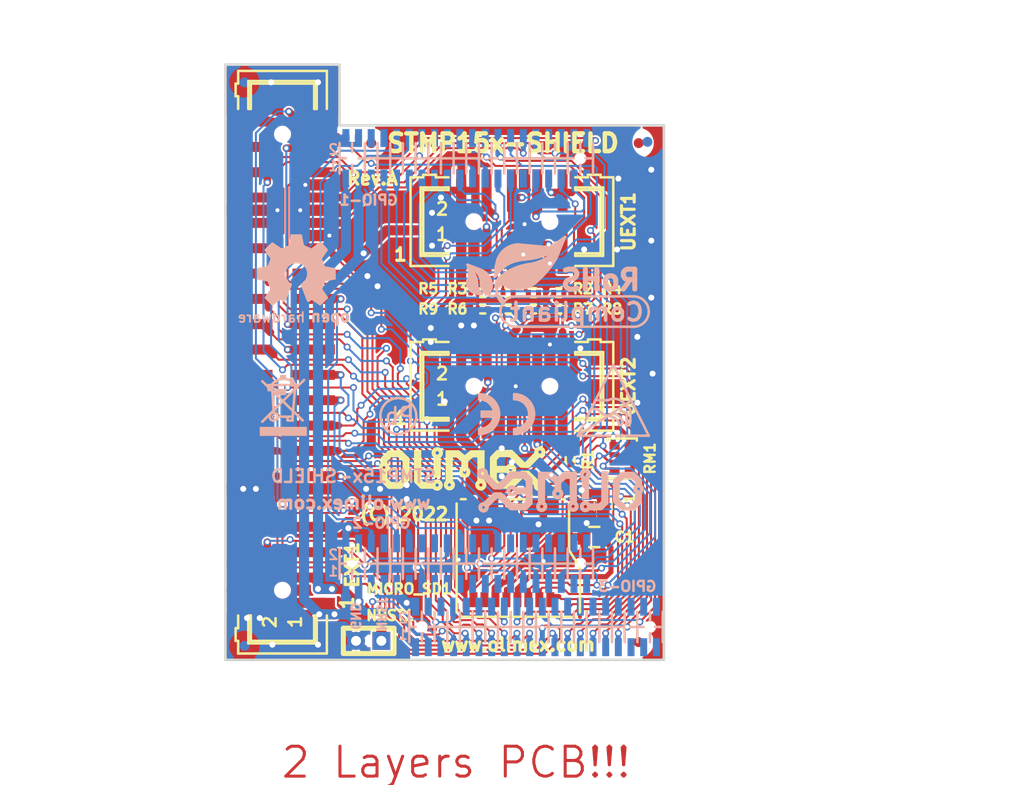
<source format=kicad_pcb>
(kicad_pcb (version 20221018) (generator pcbnew)
  (title_block (title "STMP15x-SHIELD") (date "2022-01-28") (rev "A") (company "OLIMEX LTD, Bulgaria") (comment 1 "<c> 2022"))
  (layers (0 "F.Cu" signal) (31 "B.Cu" signal) (34 "B.Paste" user) (35 "F.Paste" user) (36 "B.SilkS" user "B.Silkscreen") (37 "F.SilkS" user "F.Silkscreen") (38 "B.Mask" user) (39 "F.Mask" user) (44 "Edge.Cuts" user))
  (net 0 "")
  (net 1 "+5V")
  (net 2 "GND")
  (net 3 "+3V3")
  (net 4 "Net-(GPIO-2-Pad40)")
  (net 5 "Net-(GPIO-2-Pad39)")
  (net 6 "Net-(GPIO-2-Pad38)")
  (net 7 "Net-(GPIO-2-Pad37)")
  (net 8 "Net-(GPIO-2-Pad36)")
  (net 9 "Net-(GPIO-2-Pad5)")
  (net 10 "Net-(GPIO-2-Pad7)")
  (net 11 "Net-(GPIO-2-Pad9)")
  (net 12 "Net-(GPIO-3-Pad6)")
  (net 13 "Net-(GPIO-3-Pad4)")
  (net 14 "Net-(GPIO-3-Pad35)")
  (net 15 "Net-(GPIO-3-Pad36)")
  (net 16 "Net-(GPIO-3-Pad37)")
  (net 17 "Net-(GPIO-3-Pad38)")
  (net 18 "Net-(GPIO-3-Pad39)")
  (net 19 "Net-(GPIO-3-Pad40)")
  (net 20 "Net-(FID1-PadFid1)")
  (net 21 "Net-(FID2-PadFid1)")
  (net 22 "Net-(FID3-PadFid1)")
  (net 23 "Net-(FID4-PadFid1)")
  (net 24 "Net-(FID5-PadFid1)")
  (net 25 "Net-(FID6-PadFid1)")
  (net 26 "Net-(GPIO-2-Pad34)")
  (net 27 "Net-(GPIO-1-Pad16)")
  (net 28 "Net-(GPIO-1-Pad14)")
  (net 29 "Net-(GPIO-1-Pad8)")
  (net 30 "Net-(GPIO-1-Pad6)")
  (net 31 "Net-(GPIO-1-Pad22)")
  (net 32 "Net-(GPIO-1-Pad24)")
  (net 33 "Net-(GPIO-1-Pad29)")
  (net 34 "Net-(GPIO-1-Pad34)")
  (net 35 "Net-(GPIO-1-Pad36)")
  (net 36 "Net-(GPIO-2-Pad32)")
  (net 37 "Net-(GPIO-2-Pad30)")
  (net 38 "Net-(GPIO-2-Pad28)")
  (net 39 "Net-(GPIO-2-Pad25)")
  (net 40 "Net-(GPIO-2-Pad24)")
  (net 41 "Net-(GPIO-2-Pad23)")
  (net 42 "Net-(GPIO-2-Pad22)")
  (net 43 "Net-(GPIO-2-Pad21)")
  (net 44 "Net-(GPIO-2-Pad8)")
  (net 45 "Net-(GPIO-2-Pad11)")
  (net 46 "Net-(GPIO-2-Pad14)")
  (net 47 "Net-(GPIO-2-Pad15)")
  (net 48 "Net-(GPIO-2-Pad16)")
  (net 49 "Net-(GPIO-2-Pad17)")
  (net 50 "Net-(GPIO-2-Pad19)")
  (net 51 "Net-(GPIO-3-Pad14)")
  (net 52 "Net-(GPIO-3-Pad12)")
  (net 53 "Net-(GPIO-3-Pad10)")
  (net 54 "Net-(GPIO-3-Pad26)")
  (net 55 "Net-(GPIO-3-Pad28)")
  (net 56 "Net-(GPIO-3-Pad30)")
  (net 57 "Net-(GPIO-3-Pad32)")
  (net 58 "Net-(GPIO-3-Pad34)")
  (net 59 "Net-(GPIO-2-Pad4)")
  (net 60 "/PH11\\I2C1(4)_SCL")
  (net 61 "/PD14\\NAND-DQ0\\UART8_CTS")
  (net 62 "/PH12\\I2C1(4)_SDA")
  (net 63 "/PD15\\NAND-DQ1\\UART8_CTS")
  (net 64 "/PB7\\I2C1(4)_SDA\\USART1_RX")
  (net 65 "/PD0\\NAND-DQ2\\I2C5(6)_SDA\\UART4_RX\\CAN1_RX")
  (net 66 "/PB8\\I2C1(4)_SCL\\UART4_RX")
  (net 67 "/PD1\\NAND-DQ3\\I2C5(6)_SCL\\UART4_TX\\CAN1_TX")
  (net 68 "/PB10\\USART3_TX\\I2C2_SCL\\SPI2_SCK")
  (net 69 "/PE7\\NAND-DQ4\\UART7_RX")
  (net 70 "/PB12\\USART3_RX\\UART5_RX\\SPI2_NSS\\CAN2_RX")
  (net 71 "/PE8\\NAND-DQ5\\UART7_TX")
  (net 72 "/PB13\\SPI2_SCK\\USART3_CTS\\UART5_TX\\CAN2_TX")
  (net 73 "/PE9\\NAND-DQ6\\UART7_RTS")
  (net 74 "/PC3\\SPI2_MOSI")
  (net 75 "/PE10\\NAND-DQ7\\UART7_CTS")
  (net 76 "/PG12\\SPI6_MISO\\USART6_RTS")
  (net 77 "/PD5\\NAND-WE\\USART2_TX")
  (net 78 "/PA4\\SPI1(3)(6)_NSS")
  (net 79 "/PD6\\NAND-RB\\SPI3_MOSI\\USART2_RX")
  (net 80 "/PA5\\SPI1(6)_SCK")
  (net 81 "/PD4\\NAND-RE\\USART2_RTS")
  (net 82 "/PA6\\SPI1(6)_MISO")
  (net 83 "/PD12\\NAND-ALE\\I2C1(4)_SCL\\USART3_RTS")
  (net 84 "/PB5\\SPDIF_TX\\SPI1(3)(6)_MOSI\\UART5_RX\\CAN2_RX")
  (net 85 "/PD11\\NAND-CLE\\USART3_CTS")
  (net 86 "/PH5\\I2C2_SDA\\SPI5_NSS")
  (net 87 "/PG9\\NAND-CE\\USART6_RX")
  (net 88 "/PH6\\SPI5_SCK")
  (net 89 "/PE15\\USART2_CTS\\UART8_CTS")
  (net 90 "/PH7\\I2C3_SCL\\SPI5_MISO")
  (net 91 "/PG7\\UART8_RTS")
  (net 92 "/PF11\\SPI5_MOSI")
  (net 93 "/PI10\\USART3_CTS")
  (net 94 "/PH8\\I2C3_SDA")
  (net 95 "/PG8\\USART3(6)_RTS\\SPI6_NSS")
  (net 96 "/PE13\\SPI4_MISO")
  (net 97 "/PE14\\SPI4_MOSI\\UART8_RTS")
  (net 98 "/PE12\\SPI4_SCK")
  (net 99 "/PE11\\SPI4_NSS")
  (net 100 "/PH4\\I2C2_SCL")
  (net 101 "/PZ1\\I2C2(4)(5)(6)_SDA\\USART1_RX\\SPI1(6)_MISO")
  (net 102 "/PZ7\\I2C2(6)_SDA\\USART1_TX")
  (net 103 "/PZ6\\I2C2(6)_SCL\\USART1_RX")
  (net 104 "/PF1\\SDMMC3_CMD")
  (net 105 "/PG15\\SDMMC3_CK")
  (net 106 "/PF0\\SDMMC3_D0")
  (net 107 "/PF4\\SDMMC3_D1")
  (net 108 "/PF5\\SDMMC3_D2")
  (net 109 "/PD7\\SDMMC3_D3")
  (net 110 "/PD8\\USART3_TX")
  (net 111 "/PD9\\USART3_RX")
  (net 112 "/PE1\\UART8_TX")
  (net 113 "/PI2\\SPI2_MISO")
  (net 114 "/PI3\\SPI2_MOSI")
  (net 115 "/PI1\\SPI2_SCK")
  (net 116 "/PI0\\SPI2_NSS")
  (net 117 "/NRST")
  (net 118 "/PE0\\UART8_RX\\SPI3_SCK")
  (net 119 "Net-(GPIO-1-Pad18)")
  (net 120 "Net-(C1-Pad1)")
  (footprint "OLIMEX_Other-FP:Fiducial1x3" (layer "F.Cu") (at 156.972 99.949)
    (fp_text reference "FID1" hide)
    (fp_text value "Fiducial" hide)
  )
  (footprint "OLIMEX_Other-FP:Fiducial1x3" (layer "F.Cu") (at 130.175 49.911)
    (fp_text reference "FID2" hide)
    (fp_text value "Fiducial" hide)
  )
  (footprint "OLIMEX_Other-FP:Fiducial1x3" (layer "F.Cu") (at 156.972 49.911)
    (fp_text reference "FID3" hide)
    (fp_text value "Fiducial" hide)
  )
  (footprint "OLIMEX_RLC-FP:R_0402_5MIL_DWS" (layer "F.Cu") (at 148.971 64.897)
    (fp_text reference "R4")
    (fp_text value "10k/R0402")
  )
  (footprint "OLIMEX_RLC-FP:R_0402_5MIL_DWS" (layer "F.Cu") (at 148.971 66.548)
    (fp_text reference "R8")
    (fp_text value "10k/R0402")
  )
  (footprint "OLIMEX_Connectors-FP:GBH-254-SMT-10" (layer "F.Cu") (at 144.272 57.785)
    (fp_text reference "UEXT1")
    (fp_text value "P-B-V-10-LF")
  )
  (footprint "OLIMEX_Connectors-FP:GBH-254-SMT-10" (layer "F.Cu") (at 144.272 74.295)
    (fp_text reference "UEXT2")
    (fp_text value "P-B-V-10-LF")
  )
  (footprint "OLIMEX_Connectors-FP:TFC-WXCP11-08-LF" (layer "F.Cu") (at 144.272 91.694 -90)
    (fp_text reference "MICRO_SD1")
    (fp_text value "TFC-WXCP11-08-LF")
  )
  (footprint "OLIMEX_Connectors-FP:GBH-254-SMT-40" (layer "F.Cu") (at 121.285 71.882 90)
    (fp_text reference "EXT1")
    (fp_text value "P-B-V-40-LF")
  )
  (footprint "OLIMEX_RLC-FP:R_0402_5MIL_DWS" (layer "F.Cu") (at 150.114 81.661 90)
    (fp_text reference "R1")
    (fp_text value "10k/R0402")
  )
  (footprint "OLIMEX_RLC-FP:C_0805_5MIL_DWS" (layer "F.Cu") (at 152.527 89.408 180)
    (fp_text reference "C1")
    (fp_text value "47uF/6.3V/20%/X5R/C0805")
  )
  (footprint "OLIMEX_RLC-FP:RA1206_(4X0603)_4B8_xx" (layer "F.Cu") (at 155.321 81.534 90)
    (fp_text reference "RM1")
    (fp_text value "RA1206_(4x0603)_4B8_100k")
  )
  (footprint "OLIMEX_LOGOs-FP:OLIMEX_LOGO_TB" (layer "F.Cu") (at 139.446 82.55)
    (fp_text reference "Logo_Olimex_1" hide)
    (fp_text value "" hide)
  )
  (footprint "OLIMEX_RLC-FP:R_0402_5MIL_DWS" (layer "F.Cu") (at 146.431 66.548 180)
    (fp_text reference "R7")
    (fp_text value "2.2k/R0402")
  )
  (footprint "OLIMEX_RLC-FP:R_0402_5MIL_DWS" (layer "F.Cu") (at 143.891 64.897 180)
    (fp_text reference "R3")
    (fp_text value "2.2k/R0402")
  )
  (footprint "OLIMEX_RLC-FP:R_0402_5MIL_DWS" (layer "F.Cu") (at 143.891 66.548 180)
    (fp_text reference "R6")
    (fp_text value "2.2k/R0402")
  )
  (footprint "OLIMEX_RLC-FP:R_0402_5MIL_DWS" (layer "F.Cu") (at 141.351 66.548)
    (fp_text reference "R9")
    (fp_text value "10k/R0402")
  )
  (footprint "OLIMEX_RLC-FP:R_0402_5MIL_DWS" (layer "F.Cu") (at 141.351 64.897)
    (fp_text reference "R5")
    (fp_text value "10k/R0402")
  )
  (footprint "OLIMEX_RLC-FP:R_0402_5MIL_DWS" (layer "F.Cu") (at 146.431 64.897 180)
    (fp_text reference "R2")
    (fp_text value "NA(2.2k/R0402)")
  )
  (footprint "OLIMEX_RLC-FP:L_0805_5MIL_DWS" (layer "F.Cu") (at 153.416 86.36 -90)
    (fp_text reference "L1")
    (fp_text value "FB0805/600R/2A")
  )
  (footprint "OLIMEX_Jumpers-FP:HN1x2_Jumper" (layer "F.Cu") (at 129.921 99.822 180)
    (fp_text reference "NRST1")
    (fp_text value "NA(HN1x2)" hide)
  )
  (footprint "OLIMEX_Other-FP:Fiducial1x3" (layer "B.Cu") (at 117.475 100.33)
    (fp_text reference "FID4" hide)
    (fp_text value "Fiducial" hide)
  )
  (footprint "OLIMEX_Other-FP:Fiducial1x3" (layer "B.Cu") (at 117.475 43.815)
    (fp_text reference "FID5" hide)
    (fp_text value "Fiducial" hide)
  )
  (footprint "OLIMEX_LOGOs-FP:LOGO_RECYCLEBIN_1" (layer "B.Cu") (at 123.698 79.248 180)
    (fp_text reference "Sign_RecycleBin" hide)
    (fp_text value "" hide)
  )
  (footprint "OLIMEX_LOGOs-FP:CE_Sign" (layer "B.Cu") (at 142.748 77.089 180)
    (fp_text reference "Sign_CE" hide)
    (fp_text value "" hide)
  )
  (footprint "OLIMEX_Other-FP:Fiducial1x3" (layer "B.Cu") (at 157.861 49.784)
    (fp_text reference "FID6" hide)
    (fp_text value "Fiducial" hide)
  )
  (footprint "OLIMEX_Connectors-FP:GPCB127SMT-02X20(YA-V36P-2X20-LF)" (layer "B.Cu") (at 139.7 51.435)
    (fp_text reference "GPIO-1")
    (fp_text value "YA-V36P-2X20-LF")
  )
  (footprint "OLIMEX_Connectors-FP:GPCB127SMT-02X20(YA-V36P-2X20-LF)" (layer "B.Cu") (at 139.7 92.075)
    (fp_text reference "GPIO-2")
    (fp_text value "YA-V36P-2X20-LF")
  )
  (footprint "OLIMEX_Connectors-FP:GPCB127SMT-02X20(YA-V36P-2X20-LF)" (layer "B.Cu") (at 146.685 98.425)
    (fp_text reference "GPIO-3")
    (fp_text value "YA-V36P-2X20-LF")
  )
  (footprint "OLIMEX_LOGOs-FP:LOGO_ANTISTATIC_1" (layer "B.Cu") (at 157.988 79.248 180)
    (fp_text reference "Sign_Antistatic" hide)
    (fp_text value "" hide)
  )
  (footprint "OLIMEX_LOGOs-FP:LOGO_PBFREE" (layer "B.Cu") (at 133.096 76.962)
    (fp_text reference "Sign_PB-Free")
    (fp_text value "")
  )
  (footprint "OLIMEX_LOGOs-FP:OLIMEX_LOGO_TB" (layer "B.Cu") (at 148.971 84.709 180)
    (fp_text reference "Logo_Olimex_2" hide)
    (fp_text value "" hide)
  )
  (footprint "OLIMEX_LOGOs-FP:LOGO_OPENHARDWARE_8x8" (layer "B.Cu") (at 122.682 63.119 180)
    (fp_text reference "Logo_OSHW" hide)
    (fp_text value "" hide)
  )
  (footprint "OLIMEX_LOGOs-FP:LOGO_ROHS_1" (layer "B.Cu") (at 156.972 67.691 180)
    (fp_text reference "Sign_RoHS" hide)
    (fp_text value "" hide)
  )
  (gr_line (start 159.512 48.133) (end 152.527 48.133) (stroke (width 0.254)) (layer "Edge.Cuts"))
  (gr_line (start 115.57 101.727) (end 159.512 101.727) (stroke (width 0.254)) (layer "Edge.Cuts"))
  (gr_line (start 115.57 42.037) (end 115.57 101.727) (stroke (width 0.254)) (layer "Edge.Cuts"))
  (gr_line (start 152.527 48.133) (end 127 48.133) (stroke (width 0.254)) (layer "Edge.Cuts"))
  (gr_line (start 127 42.037) (end 115.57 42.037) (stroke (width 0.254)) (layer "Edge.Cuts"))
  (gr_line (start 159.512 101.727) (end 159.512 48.133) (stroke (width 0.254)) (layer "Edge.Cuts"))
  (gr_line (start 127 48.133) (end 127 42.037) (stroke (width 0.254)) (layer "Edge.Cuts"))
  (gr_text "2 Layers PCB!!!\n" (at 138.684 112.014) (layer "F.Cu") (effects (font (size 2.999999 2.999999) (thickness 0.3))))
  (gr_text "www.olimex.com" (at 128.397 85.979) (layer "B.SilkS") (effects (font (size 1.27 1.27) (thickness 0.3048)) (justify mirror)))
  (gr_text "STMP15x-SHIELD" (at 128.397 83.312) (layer "B.SilkS") (effects (font (size 1.27 1.27) (thickness 0.254)) (justify mirror)))
  (gr_text "GND" (at 128.5875 97.3455 270) (layer "B.SilkS") (effects (font (size 0.889 0.889) (thickness 0.22225)) (justify mirror)))
  (gr_text "NRST" (at 131.191 97.155 270) (layer "B.SilkS") (effects (font (size 0.889 0.889) (thickness 0.22225)) (justify mirror)))
  (gr_text "Rev.A" (at 130.302 53.467) (layer "F.SilkS") (effects (font (size 1.27 1.27) (thickness 0.3175))))
  (gr_text "(C) 2022" (at 133.477 87.122) (layer "F.SilkS") (effects (font (size 1.27 1.27) (thickness 0.3175))))
  (gr_text "www.olimex.com" (at 144.907 100.203) (layer "F.SilkS") (effects (font (size 1.27 1.27) (thickness 0.3175))))
  (gr_text "STMP15x-SHIELD" (at 143.383 49.911) (layer "F.SilkS") (effects (font (size 1.778 1.778) (thickness 0.4445))))
  (gr_text "1" (at 133.096 61.087) (layer "F.SilkS") (effects (font (size 1.27 1.27) (thickness 0.3175))))
  (gr_text "1" (at 133.096 77.47) (layer "F.SilkS") (effects (font (size 1.27 1.27) (thickness 0.3175))))
  (gr_text "1" (at 127.762 96.012 90) (layer "F.SilkS") (effects (font (size 1.27 1.27) (thickness 0.3175))))
  (segment (start 124.968 97.155) (end 124.968 96.52) (width 1.016) (layer "F.Cu") (net 1))
  (segment (start 126.492 97.072163) (end 125.431837 96.012) (width 1.016) (layer "F.Cu") (net 1))
  (segment (start 124.46 96.012) (end 124.41 96.012) (width 1.016) (layer "F.Cu") (net 1))
  (segment (start 124.968 96.52) (end 124.46 96.012) (width 1.016) (layer "F.Cu") (net 1))
  (segment (start 126.492 97.155) (end 126.492 97.072163) (width 1.016) (layer "F.Cu") (net 1))
  (segment (start 124.968 97.155) (end 126.492 97.155) (width 1.016) (layer "F.Cu") (net 1))
  (segment (start 125.431837 96.012) (end 124.41 96.012) (width 1.016) (layer "F.Cu") (net 1))
  (via (at 124.968 97.155) (size 1) (drill 0.6) (layers "F.Cu" "B.Cu") (net 1))
  (via (at 126.492 97.155) (size 1) (drill 0.6) (layers "F.Cu" "B.Cu") (net 1))
  (segment (start 127.762 97.155) (end 128.651 98.044) (width 0.762) (layer "B.Cu") (net 1))
  (segment (start 134.366 100.203) (end 134.366 100.076) (width 0.508) (layer "B.Cu") (net 1))
  (segment (start 123.444 64.77) (end 127.635 60.579) (width 1.016) (layer "B.Cu") (net 1))
  (segment (start 127.635 60.579) (end 127.635 55.118) (width 1.016) (layer "B.Cu") (net 1))
  (segment (start 124.968 97.155) (end 123.444 95.631) (width 1.016) (layer "B.Cu") (net 1))
  (segment (start 127.635 97.155) (end 126.492 97.155) (width 1.016) (layer "B.Cu") (net 1))
  (segment (start 132.334 98.044) (end 134.366 100.076) (width 0.762) (layer "B.Cu") (net 1))
  (segment (start 124.968 97.155) (end 126.492 97.155) (width 1.016) (layer "B.Cu") (net 1))
  (segment (start 127.635 94.107) (end 127.635 95.377) (width 0.508) (layer "B.Cu") (net 1))
  (segment (start 127.635 55.118) (end 127.635 53.467) (width 0.508) (layer "B.Cu") (net 1))
  (segment (start 127.635 95.377) (end 127.635 97.155) (width 1.016) (layer "B.Cu") (net 1))
  (segment (start 134.62 100.457) (end 134.366 100.203) (width 0.508) (layer "B.Cu") (net 1))
  (segment (start 123.444 95.631) (end 123.444 64.77) (width 1.016) (layer "B.Cu") (net 1))
  (segment (start 127.635 97.155) (end 127.762 97.155) (width 0.762) (layer "B.Cu") (net 1))
  (segment (start 128.651 98.044) (end 132.334 98.044) (width 0.762) (layer "B.Cu") (net 1))
  (segment (start 141.362 83.655831) (end 141.362 86.444) (width 1.016) (layer "F.Cu") (net 2))
  (segment (start 118.16 97.105) (end 117.729 97.536) (width 0.508) (layer "F.Cu") (net 2))
  (segment (start 153.289 48.768) (end 134.874 48.768) (width 0.254) (layer "F.Cu") (net 2))
  (segment (start 118.16 96.012) (end 118.16 97.105) (width 0.508) (layer "F.Cu") (net 2))
  (segment (start 151.13 70.485) (end 153.162 70.485) (width 0.2032) (layer "F.Cu") (net 2))
  (segment (start 154.051 51.943) (end 154.051 49.53) (width 0.508) (layer "F.Cu") (net 2))
  (segment (start 159.03194 66.19494) (end 159.03194 97.226603) (width 0.2032) (layer "F.Cu") (net 2))
  (segment (start 130.937 56.896) (end 136.271 56.896) (width 1.016) (layer "F.Cu") (net 2))
  (segment (start 158.242 56.134) (end 154.051 51.943) (width 0.508) (layer "F.Cu") (net 2))
  (segment (start 151.765 89.154) (end 151.765 88.011) (width 0.762) (layer "F.Cu") (net 2))
  (segment (start 117.729 97.536) (end 120.269 97.536) (width 1.016) (layer "F.Cu") (net 2))
  (segment (start 129.794 63.246) (end 128.016 61.468) (width 1.016) (layer "F.Cu") (net 2))
  (segment (start 130.048 88.519) (end 127.889 88.519) (width 0.762) (layer "F.Cu") (net 2))
  (segment (start 136.144 74.93) (end 137.541 76.327) (width 1.016) (layer "F.Cu") (net 2))
  (segment (start 119.888 93.472) (end 119.888 97.155) (width 0.762) (layer "F.Cu") (net 2))
  (segment (start 145.542 91.821) (end 142.622 94.741) (width 0.508) (layer "F.Cu") (net 2))
  (segment (start 139.192 68.199) (end 139.192 71.17) (width 1.016) (layer "F.Cu") (net 2))
  (segment (start 158.242 65.405) (end 159.03194 66.19494) (width 0.2032) (layer "F.Cu") (net 2))
  (segment (start 131.064 84.582) (end 131.064 87.503) (width 0.762) (layer "F.Cu") (net 2))
  (segment (start 148.209 91.821) (end 145.542 91.821) (width 0.508) (layer "F.Cu") (net 2))
  (segment (start 142.622 94.741) (end 142.622 95.694) (width 0.508) (layer "F.Cu") (net 2))
  (segment (start 154.051 49.53) (end 153.289 48.768) (width 0.254) (layer "F.Cu") (net 2))
  (segment (start 133.731 96.012) (end 133.731 84.201) (width 1.016) (layer "F.Cu") (net 2))
  (segment (start 131.064 87.503) (end 130.048 88.519) (width 0.762) (layer "F.Cu") (net 2))
  (segment (start 120.269 97.536) (end 122.555 99.822) (width 1.016) (layer "F.Cu") (net 2))
  (segment (start 137.541 76.327) (end 137.541 79.834831) (width 1.016) (layer "F.Cu") (net 2))
  (segment (start 136.271 56.896) (end 138.557 56.896) (width 1.016) (layer "F.Cu") (net 2))
  (segment (start 118.16 93.472) (end 119.888 93.472) (width 0.508) (layer "F.Cu") (net 2))
  (segment (start 122.555 99.822) (end 128.651 99.822) (width 1.016) (layer "F.Cu") (net 2))
  (segment (start 119.888 97.155) (end 120.269 97.536) (width 0.762) (layer "F.Cu") (net 2))
  (segment (start 138.557 56.896) (end 139.192 56.261) (width 1.016) (layer "F.Cu") (net 2))
  (segment (start 136.144 69.85) (end 136.144 74.93) (width 1.016) (layer "F.Cu") (net 2))
  (segment (start 137.541 79.834831) (end 141.362 83.655831) (width 1.016) (layer "F.Cu") (net 2))
  (segment (start 151.511 89.408) (end 151.765 89.154) (width 0.762) (layer "F.Cu") (net 2))
  (segment (start 129.667 84.582) (end 118.618 84.582) (width 1.016) (layer "F.Cu") (net 2))
  (segment (start 128.016 59.817) (end 130.937 56.896) (width 1.016) (layer "F.Cu") (net 2))
  (segment (start 150.368 89.662) (end 148.209 91.821) (width 0.508) (layer "F.Cu") (net 2))
  (segment (start 159.03194 97.226603) (end 158.75 97.508543) (width 0.2032) (layer "F.Cu") (net 2))
  (segment (start 139.192 56.261) (end 139.192 53.644) (width 1.016) (layer "F.Cu") (net 2))
  (segment (start 134.874 48.768) (end 133.096 50.546) (width 0.254) (layer "F.Cu") (net 2))
  (segment (start 158.242 65.405) (end 158.242 56.134) (width 0.508) (layer "F.Cu") (net 2))
  (segment (start 128.016 61.468) (end 128.016 59.817) (width 1.016) (layer "F.Cu") (net 2))
  (segment (start 153.162 70.485) (end 158.242 65.405) (width 0.2032) (layer "F.Cu") (net 2))
  (via (at 133.731 96.012) (size 1) (drill 0.6) (layers "F.Cu" "B.Cu") (net 2))
  (via (at 133.731 85.598) (size 1) (drill 0.6) (layers "F.Cu" "B.Cu") (net 2))
  (via (at 118.999 97.536) (size 1) (drill 0.6) (layers "F.Cu" "B.Cu") (net 2))
  (via (at 141.986 87.757) (size 1) (drill 0.6) (layers "F.Cu" "B.Cu") (net 2))
  (via (at 136.144 68.453) (size 1) (drill 0.6) (layers "F.Cu" "B.Cu") (net 2))
  (via (at 130.81 64.262) (size 1) (drill 0.6) (layers "F.Cu" "B.Cu") (net 2))
  (via (at 125.984 59.182) (size 0.7) (drill 0.4) (layers "F.Cu" "B.Cu") (net 2))
  (via (at 136.271 56.896) (size 1) (drill 0.6) (layers "F.Cu" "B.Cu") (net 2))
  (via (at 136.271 60.198) (size 1) (drill 0.6) (layers "F.Cu" "B.Cu") (net 2))
  (via (at 151.511 60.579) (size 1) (drill 0.6) (layers "F.Cu" "B.Cu") (net 2))
  (via (at 154.813 60.579) (size 1) (drill 0.6) (layers "F.Cu" "B.Cu") (net 2))
  (via (at 140.462 68.199) (size 1) (drill 0.6) (layers "F.Cu" "B.Cu") (net 2))
  (via (at 145.542 58.039) (size 0.7) (drill 0.4) (layers "F.Cu" "B.Cu") (net 2))
  (via (at 148.082 61.976) (size 0.7) (drill 0.4) (layers "F.Cu" "B.Cu") (net 2))
  (via (at 148.082 70.104) (size 0.7) (drill 0.4) (layers "F.Cu" "B.Cu") (net 2))
  (via (at 156.845 75.946) (size 1) (drill 0.6) (layers "F.Cu" "B.Cu") (net 2))
  (via (at 143.256 80.518) (size 1) (drill 0.6) (layers "F.Cu" "B.Cu") (net 2))
  (via (at 143.256 83.312) (size 1) (drill 0.6) (layers "F.Cu" "B.Cu") (net 2))
  (via (at 144.653 74.295) (size 0.7) (drill 0.4) (layers "F.Cu" "B.Cu") (net 2))
  (via (at 146.939 88.138) (size 1) (drill 0.6) (layers "F.Cu" "B.Cu") (net 2))
  (via (at 147.447 91.821) (size 0.7) (drill 0.4) (layers "F.Cu" "B.Cu") (net 2))
  (via (at 138.938 91.694) (size 0.7) (drill 0.4) (layers "F.Cu" "B.Cu") (net 2))
  (via (at 123.063 56.642) (size 0.7) (drill 0.4) (layers "F.Cu" "B.Cu") (net 2))
  (via (at 120.777 56.642) (size 0.7) (drill 0.4) (layers "F.Cu" "B.Cu") (net 2))
  (via (at 124.841 43.815) (size 1) (drill 0.6) (layers "F.Cu" "B.Cu") (net 2))
  (via (at 120.142 43.815) (size 1) (drill 0.6) (layers "F.Cu" "B.Cu") (net 2))
  (via (at 123.571 54.102) (size 0.7) (drill 0.4) (layers "F.Cu" "B.Cu") (net 2))
  (via (at 120.269 100.203) (size 1) (drill 0.6) (layers "F.Cu" "B.Cu") (net 2))
  (via (at 124.841 100.203) (size 1) (drill 0.6) (layers "F.Cu" "B.Cu") (net 2))
  (via (at 137.541 75.819) (size 1) (drill 0.6) (layers "F.Cu" "B.Cu") (net 2))
  (via (at 137.16 55.372) (size 1) (drill 0.6) (layers "F.Cu" "B.Cu") (net 2))
  (via (at 158.242 52.578) (size 1) (drill 0.6) (layers "F.Cu" "B.Cu") (net 2))
  (via (at 154.94 53.467) (size 1) (drill 0.6) (layers "F.Cu" "B.Cu") (net 2))
  (via (at 158.242 59.69) (size 1) (drill 0.6) (layers "F.Cu" "B.Cu") (net 2))
  (via (at 156.845 69.342) (size 1) (drill 0.6) (layers "F.Cu" "B.Cu") (net 2))
  (via (at 158.369 73.025) (size 1) (drill 0.6) (layers "F.Cu" "B.Cu") (net 2))
  (via (at 127.889 88.519) (size 1) (drill 0.6) (layers "F.Cu" "B.Cu") (net 2))
  (via (at 129.667 84.582) (size 1) (drill 0.6) (layers "F.Cu" "B.Cu") (net 2))
  (via (at 133.731 84.201) (size 1) (drill 0.6) (layers "F.Cu" "B.Cu") (net 2))
  (via (at 158.242 65.405) (size 1) (drill 0.6) (layers "F.Cu" "B.Cu") (net 2))
  (via (at 117.729 97.536) (size 1) (drill 0.6) (layers "F.Cu" "B.Cu") (net 2))
  (via (at 139.192 68.199) (size 1) (drill 0.6) (layers "F.Cu" "B.Cu") (net 2))
  (via (at 129.794 63.246) (size 1) (drill 0.6) (layers "F.Cu" "B.Cu") (net 2))
  (via (at 118.618 84.582) (size 1) (drill 0.6) (layers "F.Cu" "B.Cu") (net 2))
  (via (at 131.064 84.582) (size 1) (drill 0.6) (layers "F.Cu" "B.Cu") (net 2))
  (via (at 151.765 88.011) (size 1) (drill 0.6) (layers "F.Cu" "B.Cu") (net 2))
  (via (at 151.13 70.485) (size 1) (drill 0.6) (layers "F.Cu" "B.Cu") (net 2))
  (via (at 136.144 69.85) (size 1) (drill 0.6) (layers "F.Cu" "B.Cu") (net 2))
  (via (at 140.716 87.757) (size 1) (drill 0.6) (layers "F.Cu" "B.Cu") (net 2))
  (via (at 117.348 84.582) (size 1) (drill 0.6) (layers "F.Cu" "B.Cu") (net 2))
  (segment (start 136.271 61.341) (end 137.16 62.23) (width 0.508) (layer "B.Cu") (net 2))
  (segment (start 139.192 86.233) (end 135.763 86.233) (width 1.016) (layer "B.Cu") (net 2))
  (segment (start 140.335 68.199) (end 142.621 70.485) (width 1.016) (layer "B.Cu") (net 2))
  (segment (start 116.84 47.625) (end 119.253 45.212) (width 1.016) (layer "B.Cu") (net 2))
  (segment (start 123.698 45.212) (end 124.333 45.847) (width 1.016) (layer "B.Cu") (net 2))
  (segment (start 127.635 50.038) (end 128.905 50.038) (width 0.508) (layer "B.Cu") (net 2))
  (segment (start 139.192 68.326) (end 139.192 68.199) (width 1.016) (layer "B.Cu") (net 2))
  (segment (start 134.239 96.012) (end 133.731 96.012) (width 1.016) (layer "B.Cu") (net 2))
  (segment (start 127.73152 88.67648) (end 127.889 88.519) (width 0.508) (layer "B.Cu") (net 2))
  (segment (start 136.144 69.85) (end 136.144 69.596) (width 1.016) (layer "B.Cu") (net 2))
  (segment (start 131.445 84.201) (end 133.731 84.201) (width 1.016) (layer "B.Cu") (net 2))
  (segment (start 128.905 50.038) (end 128.905 49.403) (width 0.508) (layer "B.Cu") (net 2))
  (segment (start 136.271 60.198) (end 136.271 56.896) (width 1.016) (layer "B.Cu") (net 2))
  (segment (start 127.635 49.403) (end 127.635 50.038) (width 0.508) (layer "B.Cu") (net 2))
  (segment (start 143.891 86.995) (end 145.161 88.265) (width 1.016) (layer "B.Cu") (net 2))
  (segment (start 127.635 49.784) (end 127.254 49.784) (width 0.508) (layer "B.Cu") (net 2))
  (segment (start 139.192 68.199) (end 140.335 68.199) (width 1.016) (layer "B.Cu") (net 2))
  (segment (start 125.476 49.784) (end 124.333 48.641) (width 1.016) (layer "B.Cu") (net 2))
  (segment (start 140.716 87.757) (end 139.192 86.233) (width 1.016) (layer "B.Cu") (net 2))
  (segment (start 116.84 96.647) (end 116.84 47.625) (width 1.016) (layer "B.Cu") (net 2))
  (segment (start 137.16 62.23) (end 153.162 62.23) (width 0.508) (layer "B.Cu") (net 2))
  (segment (start 141.478 86.995) (end 143.891 86.995) (width 1.016) (layer "B.Cu") (net 2))
  (segment (start 127.635 49.403) (end 127.635 49.784) (width 0.508) (layer "B.Cu") (net 2))
  (segment (start 117.729 97.536) (end 116.84 96.647) (width 1.016) (layer "B.Cu") (net 2))
  (segment (start 127.254 49.784) (end 125.476 49.784) (width 1.016) (layer "B.Cu") (net 2))
  (segment (start 136.144 69.85) (end 137.668 69.85) (width 1.016) (layer "B.Cu") (net 2))
  (segment (start 134.62 96.393) (end 134.239 96.012) (width 0.508) (layer "B.Cu") (net 2))
  (segment (start 124.333 45.847) (end 124.333 48.641) (width 1.016) (layer "B.Cu") (net 2))
  (segment (start 136.144 69.596) (end 129.794 63.246) (width 1.016) (layer "B.Cu") (net 2))
  (segment (start 136.271 60.198) (end 136.271 61.341) (width 0.508) (layer "B.Cu") (net 2))
  (segment (start 135.763 86.233) (end 133.731 84.201) (width 1.016) (layer "B.Cu") (net 2))
  (segment (start 142.621 70.485) (end 151.13 70.485) (width 1.016) (layer "B.Cu") (net 2))
  (segment (start 151.511 88.265) (end 151.765 88.011) (width 1.016) (layer "B.Cu") (net 2))
  (segment (start 127.635 90.043) (end 127.73152 89.94648) (width 0.508) (layer "B.Cu") (net 2))
  (segment (start 153.162 62.23) (end 154.813 60.579) (width 0.508) (layer "B.Cu") (net 2))
  (segment (start 145.161 88.265) (end 151.511 88.265) (width 1.016) (layer "B.Cu") (net 2))
  (segment (start 127.73152 89.94648) (end 127.73152 88.67648) (width 0.508) (layer "B.Cu") (net 2))
  (segment (start 140.716 87.757) (end 141.478 86.995) (width 1.016) (layer "B.Cu") (net 2))
  (segment (start 129.667 84.582) (end 131.064 84.582) (width 1.016) (layer "B.Cu") (net 2))
  (segment (start 137.668 69.85) (end 139.192 68.326) (width 1.016) (layer "B.Cu") (net 2))
  (segment (start 119.253 45.212) (end 123.698 45.212) (width 1.016) (layer "B.Cu") (net 2))
  (segment (start 131.064 84.582) (end 131.445 84.201) (width 1.016) (layer "B.Cu") (net 2))
  (segment (start 144.399 65.659) (end 140.843 65.659) (width 0.508) (layer "F.Cu") (net 3))
  (segment (start 139.192 65.659) (end 139.192 59.894) (width 1.016) (layer "F.Cu") (net 3))
  (segment (start 127.25902 94.615) (end 128.52902 95.885) (width 1.016) (layer "F.Cu") (net 3))
  (segment (start 148.463 64.897) (end 148.463 65.024) (width 0.3048) (layer "F.Cu") (net 3))
  (segment (start 139.192 59.182) (end 139.192 60.91) (width 1.016) (layer "F.Cu") (net 3))
  (segment (start 125.349 93.472) (end 126.238 94.361) (width 1.016) (layer "F.Cu") (net 3))
  (segment (start 139.192 79.454649) (end 139.192 75.501861) (width 1.016) (layer "F.Cu") (net 3))
  (segment (start 129.413 60.96) (end 131.715656 58.657344) (width 1.016) (layer "F.Cu") (net 3))
  (segment (start 139.192 75.501861) (end 137.668 73.977861) (width 1.016) (layer "F.Cu") (net 3))
  (segment (start 148.463 66.294) (end 147.828 65.659) (width 0.3048) (layer "F.Cu") (net 3))
  (segment (start 150.114 81.153) (end 150.114 81.064979) (width 0.4064) (layer "F.Cu") (net 3))
  (segment (start 141.652351 81.915) (end 139.192 79.454649) (width 1.016) (layer "F.Cu") (net 3))
  (segment (start 148.209 82.804) (end 148.209 83.185) (width 0.4064) (layer "F.Cu") (net 3))
  (segment (start 156.083 79.489426) (end 156.083 80.264) (width 0.4064) (layer "F.Cu") (net 3))
  (segment (start 156.083 81.915) (end 156.337 81.915) (width 0.4064) (layer "F.Cu") (net 3))
  (segment (start 124.41 93.472) (end 125.349 93.472) (width 1.016) (layer "F.Cu") (net 3))
  (segment (start 156.083 81.153) (end 156.337 81.153) (width 0.4064) (layer "F.Cu") (net 3))
  (segment (start 150.114 81.153) (end 149.86 81.153) (width 0.4064) (layer "F.Cu") (net 3))
  (segment (start 151.647004 85.099004) (end 153.171004 85.099004) (width 1.016) (layer "F.Cu") (net 3))
  (segment (start 124.841 94.615) (end 126.238 94.615) (width 1.016) (layer "F.Cu") (net 3))
  (segment (start 144.272 81.915) (end 141.652351 81.915) (width 1.016) (layer "F.Cu") (net 3))
  (segment (start 156.337 82.804) (end 156.337 80.518) (width 0.4064) (layer "F.Cu") (net 3))
  (segment (start 124.41 93.472) (end 124.841 93.903) (width 1.016) (layer "F.Cu") (net 3))
  (segment (start 144.399 65.659) (end 144.399 64.897) (width 0.3048) (layer "F.Cu") (net 3))
  (segment (start 156.337 80.518) (end 156.083 80.264) (width 0.4064) (layer "F.Cu") (net 3))
  (segment (start 153.171004 85.099004) (end 153.416 85.344) (width 1.016) (layer "F.Cu") (net 3))
  (segment (start 124.841 93.903) (end 124.841 94.615) (width 1.016) (layer "F.Cu") (net 3))
  (segment (start 137.668 67.183) (end 139.192 65.659) (width 1.016) (layer "F.Cu") (net 3))
  (segment (start 149.86 81.153) (end 148.209 82.804) (width 0.4064) (layer "F.Cu") (net 3))
  (segment (start 148.463 65.024) (end 147.828 65.659) (width 0.3048) (layer "F.Cu") (net 3))
  (segment (start 140.843 65.659) (end 140.843 66.548) (width 0.3048) (layer "F.Cu") (net 3))
  (segment (start 151.257 84.709) (end 151.647004 85.099004) (width 1.016) (layer "F.Cu") (net 3))
  (segment (start 144.399 65.659) (end 144.399 66.548) (width 0.3048) (layer "F.Cu") (net 3))
  (segment (start 131.715656 58.657344) (end 138.667344 58.657344) (width 1.016) (layer "F.Cu") (net 3))
  (segment (start 152.708383 78.470596) (end 155.06417 78.470596) (width 0.4064) (layer "F.Cu") (net 3))
  (segment (start 148.463 66.548) (end 148.463 66.294) (width 0.3048) (layer "F.Cu") (net 3))
  (segment (start 146.939 66.548) (end 146.939 65.659) (width 0.3048) (layer "F.Cu") (net 3))
  (segment (start 126.238 94.615) (end 127.25902 94.615) (width 1.016) (layer "F.Cu") (net 3))
  (segment (start 126.238 94.361) (end 126.238 94.615) (width 1.016) (layer "F.Cu") (net 3))
  (segment (start 138.667344 58.657344) (end 139.192 59.182) (width 1.016) (layer "F.Cu") (net 3))
  (segment (start 146.939 65.659) (end 144.399 65.659) (width 0.508) (layer "F.Cu") (net 3))
  (segment (start 146.939 64.897) (end 146.939 65.659) (width 0.3048) (layer "F.Cu") (net 3))
  (segment (start 128.52902 95.885) (end 128.905 95.885) (width 1.016) (layer "F.Cu") (net 3))
  (segment (start 140.843 65.659) (end 140.843 64.897) (width 0.3048) (layer "F.Cu") (net 3))
  (segment (start 155.06417 78.470596) (end 156.083 79.489426) (width 0.4064) (layer "F.Cu") (net 3))
  (segment (start 147.828 65.659) (end 146.939 65.659) (width 0.508) (layer "F.Cu") (net 3))
  (segment (start 156.083 82.804) (end 156.337 82.804) (width 0.4064) (layer "F.Cu") (net 3))
  (segment (start 137.668 73.977861) (end 137.668 67.183) (width 1.016) (layer "F.Cu") (net 3))
  (segment (start 150.114 81.064979) (end 152.708383 78.470596) (width 0.4064) (layer "F.Cu") (net 3))
  (segment (start 139.192 65.659) (end 140.843 65.659) (width 0.508) (layer "F.Cu") (net 3))
  (via (at 124.841 94.615) (size 1) (drill 0.6) (layers "F.Cu" "B.Cu") (net 3))
  (via (at 151.257 84.709) (size 1) (drill 0.6) (layers "F.Cu" "B.Cu") (net 3))
  (via (at 128.905 95.885) (size 1) (drill 0.6) (layers "F.Cu" "B.Cu") (net 3))
  (via (at 148.209 83.185) (size 0.7) (drill 0.4) (layers "F.Cu" "B.Cu") (net 3))
  (via (at 144.272 81.915) (size 1) (drill 0.6) (layers "F.Cu" "B.Cu") (net 3))
  (via (at 129.413 60.96) (size 1) (drill 0.6) (layers "F.Cu" "B.Cu") (net 3))
  (via (at 126.238 94.615) (size 1) (drill 0.6) (layers "F.Cu" "B.Cu") (net 3))
  (segment (start 129.413 60.96) (end 129.032 61.341) (width 1.016) (layer "B.Cu") (net 3))
  (segment (start 135.382 99.1616) (end 134.7216 99.1616) (width 0.3556) (layer "B.Cu") (net 3))
  (segment (start 146.939 81.915) (end 149.733 84.709) (width 1.016) (layer "B.Cu") (net 3))
  (segment (start 128.905 96.266) (end 129.54 96.901) (width 0.762) (layer "B.Cu") (net 3))
  (segment (start 129.413 60.96) (end 124.841 65.532) (width 1.016) (layer "B.Cu") (net 3))
  (segment (start 128.905 95.885) (end 128.905 96.266) (width 0.762) (layer "B.Cu") (net 3))
  (segment (start 128.905 55.118) (end 128.905 53.467) (width 0.508) (layer "B.Cu") (net 3))
  (segment (start 128.905 61.341) (end 128.905 55.118) (width 1.016) (layer "B.Cu") (net 3))
  (segment (start 135.89 100.457) (end 135.89 99.6696) (width 0.3556) (layer "B.Cu") (net 3))
  (segment (start 132.461 96.901) (end 132.334 96.901) (width 0.3556) (layer "B.Cu") (net 3))
  (segment (start 128.905 94.107) (end 128.905 95.885) (width 0.762) (layer "B.Cu") (net 3))
  (segment (start 144.272 81.915) (end 146.939 81.915) (width 1.016) (layer "B.Cu") (net 3))
  (segment (start 135.89 99.6696) (end 135.382 99.1616) (width 0.3556) (layer "B.Cu") (net 3))
  (segment (start 129.54 96.901) (end 132.334 96.901) (width 0.762) (layer "B.Cu") (net 3))
  (segment (start 124.841 65.532) (end 124.841 94.615) (width 1.016) (layer "B.Cu") (net 3))
  (segment (start 129.032 61.341) (end 128.905 61.341) (width 1.016) (layer "B.Cu") (net 3))
  (segment (start 149.733 84.709) (end 151.257 84.709) (width 1.016) (layer "B.Cu") (net 3))
  (segment (start 124.841 94.615) (end 126.238 94.615) (width 1.016) (layer "B.Cu") (net 3))
  (segment (start 134.7216 99.1616) (end 132.461 96.901) (width 0.3556) (layer "B.Cu") (net 3))
  (segment (start 128.27 90.932) (end 127 90.932) (width 0.2032) (layer "F.Cu") (net 60))
  (segment (start 124.41 90.932) (end 127 90.932) (width 0.762) (layer "F.Cu") (net 60))
  (segment (start 129.54 92.202) (end 128.27 90.932) (width 0.2032) (layer "F.Cu") (net 60))
  (via (at 129.54 92.202) (size 0.7) (drill 0.4) (layers "F.Cu" "B.Cu") (net 60))
  (segment (start 137.795 90.043) (end 137.795 91.186) (width 0.508) (layer "B.Cu") (net 60))
  (segment (start 137.414 91.567) (end 137.795 91.186) (width 0.2032) (layer "B.Cu") (net 60))
  (segment (start 129.54 92.202) (end 130.175 91.567) (width 0.2032) (layer "B.Cu") (net 60))
  (segment (start 130.175 91.567) (end 137.414 91.567) (width 0.2032) (layer "B.Cu") (net 60))
  (segment (start 133.477 99.441) (end 134.3152 100.2792) (width 0.2032) (layer "F.Cu") (net 61))
  (segment (start 119.761 90.932) (end 119.761 89.916) (width 0.762) (layer "F.Cu") (net 61))
  (segment (start 122.047 89.662) (end 122.174 89.789) (width 0.2032) (layer "F.Cu") (net 61))
  (segment (start 134.3152 100.2792) (end 144.8308 100.2792) (width 0.2032) (layer "F.Cu") (net 61))
  (segment (start 131.9784 96.791142) (end 133.477 98.289742) (width 0.2032) (layer "F.Cu") (net 61))
  (segment (start 118.16 90.932) (end 119.761 90.932) (width 0.762) (layer "F.Cu") (net 61))
  (segment (start 144.8308 100.2792) (end 146.05 99.06) (width 0.2032) (layer "F.Cu") (net 61))
  (segment (start 133.477 98.289742) (end 133.477 99.441) (width 0.2032) (layer "F.Cu") (net 61))
  (segment (start 131.9784 94.6404) (end 131.9784 96.791142) (width 0.2032) (layer "F.Cu") (net 61))
  (segment (start 122.174 89.789) (end 128.397 89.789) (width 0.2032) (layer "F.Cu") (net 61))
  (segment (start 130.4925 91.8845) (end 130.4925 93.1545) (width 0.2032) (layer "F.Cu") (net 61))
  (segment (start 130.4925 93.1545) (end 131.9784 94.6404) (width 0.2032) (layer "F.Cu") (net 61))
  (segment (start 128.397 89.789) (end 130.4925 91.8845) (width 0.2032) (layer "F.Cu") (net 61))
  (via (at 122.047 89.662) (size 0.7) (drill 0.4) (layers "F.Cu" "B.Cu") (net 61))
  (via (at 119.761 89.916) (size 0.7) (drill 0.4) (layers "F.Cu" "B.Cu") (net 61))
  (via (at 146.05 99.06) (size 0.7) (drill 0.4) (layers "F.Cu" "B.Cu") (net 61))
  (segment (start 119.761 89.916) (end 119.888 89.789) (width 0.2032) (layer "B.Cu") (net 61))
  (segment (start 121.92 89.789) (end 122.047 89.662) (width 0.2032) (layer "B.Cu") (net 61))
  (segment (start 119.888 89.789) (end 121.92 89.789) (width 0.2032) (layer "B.Cu") (net 61))
  (segment (start 146.05 100.457) (end 146.05 99.06) (width 0.508) (layer "B.Cu") (net 61))
  (segment (start 124.41 88.392) (end 126.746 88.392) (width 0.762) (layer "F.Cu") (net 62))
  (segment (start 127.635 87.503) (end 126.746 88.392) (width 0.2032) (layer "F.Cu") (net 62))
  (segment (start 130.048 86.36) (end 128.905 87.503) (width 0.2032) (layer "F.Cu") (net 62))
  (segment (start 128.905 87.503) (end 127.635 87.503) (width 0.2032) (layer "F.Cu") (net 62))
  (via (at 130.048 86.36) (size 0.7) (drill 0.4) (layers "F.Cu" "B.Cu") (net 62))
  (segment (start 134.874 88.519) (end 138.684 88.519) (width 0.2032) (layer "B.Cu") (net 62))
  (segment (start 132.08 86.36) (end 133.35 87.63) (width 0.2032) (layer "B.Cu") (net 62))
  (segment (start 139.065 90.043) (end 139.065 88.9) (width 0.508) (layer "B.Cu") (net 62))
  (segment (start 130.048 86.36) (end 132.08 86.36) (width 0.2032) (layer "B.Cu") (net 62))
  (segment (start 133.35 87.63) (end 133.985 87.63) (width 0.2032) (layer "B.Cu") (net 62))
  (segment (start 138.684 88.519) (end 139.065 88.9) (width 0.2032) (layer "B.Cu") (net 62))
  (segment (start 133.985 87.63) (end 134.874 88.519) (width 0.2032) (layer "B.Cu") (net 62))
  (segment (start 131.064 97.155) (end 131.064 95.504) (width 0.2032) (layer "F.Cu") (net 63))
  (segment (start 126.746 92.456) (end 121.666 92.456) (width 0.2032) (layer "F.Cu") (net 63))
  (segment (start 147.32 98.552) (end 147.574 98.298) (width 0.2032) (layer "F.Cu") (net 63))
  (segment (start 120.777 89.408) (end 120.3325 88.9635) (width 0.2032) (layer "F.Cu") (net 63))
  (segment (start 121.666 92.456) (end 120.777 91.567) (width 0.2032) (layer "F.Cu") (net 63))
  (segment (start 133.566127 101.11741) (end 132.5118 100.063083) (width 0.2032) (layer "F.Cu") (net 63))
  (segment (start 149.098 98.679) (end 149.098 99.568) (width 0.2032) (layer "F.Cu") (net 63))
  (segment (start 147.54859 101.11741) (end 133.566127 101.11741) (width 0.2032) (layer "F.Cu") (net 63))
  (segment (start 148.717 98.298) (end 149.098 98.679) (width 0.2032) (layer "F.Cu") (net 63))
  (segment (start 120.777 91.567) (end 120.777 89.408) (width 0.2032) (layer "F.Cu") (net 63))
  (segment (start 128.397 94.107) (end 126.746 92.456) (width 0.2032) (layer "F.Cu") (net 63))
  (segment (start 132.5118 98.6028) (end 131.064 97.155) (width 0.2032) (layer "F.Cu") (net 63))
  (segment (start 132.5118 100.063083) (end 132.5118 98.6028) (width 0.2032) (layer "F.Cu") (net 63))
  (segment (start 149.098 99.568) (end 147.54859 101.11741) (width 0.2032) (layer "F.Cu") (net 63))
  (segment (start 118.16 88.392) (end 119.761 88.392) (width 0.762) (layer "F.Cu") (net 63))
  (segment (start 147.574 98.298) (end 148.717 98.298) (width 0.2032) (layer "F.Cu") (net 63))
  (segment (start 131.064 95.504) (end 129.667 94.107) (width 0.2032) (layer "F.Cu") (net 63))
  (segment (start 129.667 94.107) (end 128.397 94.107) (width 0.2032) (layer "F.Cu") (net 63))
  (segment (start 119.761 88.392) (end 120.3325 88.9635) (width 0.762) (layer "F.Cu") (net 63))
  (via (at 147.32 98.552) (size 0.7) (drill 0.4) (layers "F.Cu" "B.Cu") (net 63))
  (segment (start 147.32 98.552) (end 147.32 100.457) (width 0.508) (layer "B.Cu") (net 63))
  (segment (start 124.41 85.852) (end 126.873 85.852) (width 0.762) (layer "F.Cu") (net 64))
  (segment (start 126.873 85.852) (end 128.27 85.852) (width 0.508) (layer "F.Cu") (net 64))
  (via (at 128.27 85.852) (size 0.7) (drill 0.4) (layers "F.Cu" "B.Cu") (net 64))
  (segment (start 132.08 87.249) (end 133.223 88.392) (width 0.2032) (layer "B.Cu") (net 64))
  (segment (start 128.27 85.852) (end 129.667 87.249) (width 0.2032) (layer "B.Cu") (net 64))
  (segment (start 129.667 87.249) (end 132.08 87.249) (width 0.2032) (layer "B.Cu") (net 64))
  (segment (start 133.477 88.392) (end 133.985 88.9) (width 0.2032) (layer "B.Cu") (net 64))
  (segment (start 133.223 88.392) (end 133.477 88.392) (width 0.2032) (layer "B.Cu") (net 64))
  (segment (start 133.985 90.043) (end 133.985 88.9) (width 0.508) (layer "B.Cu") (net 64))
  (segment (start 121.285 87.757) (end 120.904 87.376) (width 0.2032) (layer "F.Cu") (net 65))
  (segment (start 133.955361 100.711) (end 132.969 99.724639) (width 0.2032) (layer "F.Cu") (net 65))
  (segment (start 148.336 99.06) (end 146.685 100.711) (width 0.2032) (layer "F.Cu") (net 65))
  (segment (start 131.572 95.123) (end 129.794 93.345) (width 0.2032) (layer "F.Cu") (net 65))
  (segment (start 119.38 85.852) (end 120.269 86.741) (width 0.762) (layer "F.Cu") (net 65))
  (segment (start 118.16 85.852) (end 119.38 85.852) (width 0.762) (layer "F.Cu") (net 65))
  (segment (start 132.969 98.440709) (end 131.572 97.043709) (width 0.2032) (layer "F.Cu") (net 65))
  (segment (start 127 91.948) (end 122.047 91.948) (width 0.2032) (layer "F.Cu") (net 65))
  (segment (start 122.047 91.948) (end 121.285 91.186) (width 0.2032) (layer "F.Cu") (net 65))
  (segment (start 131.572 97.043709) (end 131.572 95.123) (width 0.2032) (layer "F.Cu") (net 65))
  (segment (start 146.685 100.711) (end 133.955361 100.711) (width 0.2032) (layer "F.Cu") (net 65))
  (segment (start 129.794 93.345) (end 128.397 93.345) (width 0.2032) (layer "F.Cu") (net 65))
  (segment (start 121.285 91.186) (end 121.285 87.757) (width 0.2032) (layer "F.Cu") (net 65))
  (segment (start 120.904 87.376) (end 120.269 86.741) (width 0.2032) (layer "F.Cu") (net 65))
  (segment (start 128.397 93.345) (end 127 91.948) (width 0.2032) (layer "F.Cu") (net 65))
  (segment (start 132.969 99.724639) (end 132.969 98.440709) (width 0.2032) (layer "F.Cu") (net 65))
  (via (at 148.336 99.06) (size 0.7) (drill 0.4) (layers "F.Cu" "B.Cu") (net 65))
  (segment (start 148.336 99.06) (end 148.59 99.314) (width 0.508) (layer "B.Cu") (net 65))
  (segment (start 148.59 99.314) (end 148.59 100.457) (width 0.508) (layer "B.Cu") (net 65))
  (segment (start 124.41 83.312) (end 127.127 83.312) (width 0.762) (layer "F.Cu") (net 66))
  (via (at 127.127 83.312) (size 0.7) (drill 0.4) (layers "F.Cu" "B.Cu") (net 66))
  (segment (start 133.477 86.868) (end 132.207 85.598) (width 0.2032) (layer "B.Cu") (net 66))
  (segment (start 142.875 89.154) (end 142.621 88.9) (width 0.508) (layer "B.Cu") (net 66))
  (segment (start 139.827 88.646) (end 139.065 87.884) (width 0.2032) (layer "B.Cu") (net 66))
  (segment (start 139.065 87.884) (end 135.255 87.884) (width 0.2032) (layer "B.Cu") (net 66))
  (segment (start 132.207 85.598) (end 129.286 85.598) (width 0.2032) (layer "B.Cu") (net 66))
  (segment (start 142.367 88.646) (end 139.827 88.646) (width 0.2032) (layer "B.Cu") (net 66))
  (segment (start 127.127 83.439) (end 127.127 83.312) (width 0.2032) (layer "B.Cu") (net 66))
  (segment (start 142.621 88.9) (end 142.367 88.646) (width 0.2032) (layer "B.Cu") (net 66))
  (segment (start 142.875 90.043) (end 142.875 89.154) (width 0.508) (layer "B.Cu") (net 66))
  (segment (start 129.286 85.598) (end 127.127 83.439) (width 0.2032) (layer "B.Cu") (net 66))
  (segment (start 134.239 86.868) (end 133.477 86.868) (width 0.2032) (layer "B.Cu") (net 66))
  (segment (start 135.255 87.884) (end 134.239 86.868) (width 0.2032) (layer "B.Cu") (net 66))
  (segment (start 155.829 86.233) (end 156.1846 86.5886) (width 0.2032) (layer "F.Cu") (net 67))
  (segment (start 156.1846 86.5886) (end 156.1846 94.68612) (width 0.2032) (layer "F.Cu") (net 67))
  (segment (start 150.7998 98.1202) (end 149.86 99.06) (width 0.2032) (layer "F.Cu") (net 67))
  (segment (start 152.1206 97.155) (end 151.1554 98.1202) (width 0.2032) (layer "F.Cu") (net 67))
  (segment (start 130.81 82.042) (end 130.556 82.296) (width 0.2032) (layer "F.Cu") (net 67))
  (segment (start 156.1846 94.68612) (end 153.71572 97.155) (width 0.2032) (layer "F.Cu") (net 67))
  (segment (start 121.793 82.296) (end 120.777 83.312) (width 0.2032) (layer "F.Cu") (net 67))
  (segment (start 130.556 82.296) (end 121.793 82.296) (width 0.2032) (layer "F.Cu") (net 67))
  (segment (start 153.71572 97.155) (end 152.1206 97.155) (width 0.2032) (layer "F.Cu") (net 67))
  (segment (start 151.1554 98.1202) (end 150.7998 98.1202) (width 0.2032) (layer "F.Cu") (net 67))
  (segment (start 118.16 83.312) (end 120.777 83.312) (width 0.762) (layer "F.Cu") (net 67))
  (via (at 155.829 86.233) (size 0.7) (drill 0.4) (layers "F.Cu" "B.Cu") (net 67))
  (via (at 149.86 99.06) (size 0.7) (drill 0.4) (layers "F.Cu" "B.Cu") (net 67))
  (via (at 130.81 82.042) (size 0.7) (drill 0.4) (layers "F.Cu" "B.Cu") (net 67))
  (segment (start 145.034 85.09) (end 146.05 86.106) (width 0.2032) (layer "B.Cu") (net 67))
  (segment (start 139.7 82.296) (end 142.494 85.09) (width 0.2032) (layer "B.Cu") (net 67))
  (segment (start 146.05 86.106) (end 155.702 86.106) (width 0.2032) (layer "B.Cu") (net 67))
  (segment (start 142.494 85.09) (end 145.034 85.09) (width 0.2032) (layer "B.Cu") (net 67))
  (segment (start 130.81 82.042) (end 131.064 82.296) (width 0.2032) (layer "B.Cu") (net 67))
  (segment (start 155.702 86.106) (end 155.829 86.233) (width 0.2032) (layer "B.Cu") (net 67))
  (segment (start 131.064 82.296) (end 139.7 82.296) (width 0.2032) (layer "B.Cu") (net 67))
  (segment (start 149.86 100.457) (end 149.86 99.06) (width 0.508) (layer "B.Cu") (net 67))
  (segment (start 134.112 71.755) (end 134.112 67.691) (width 0.2032) (layer "F.Cu") (net 68))
  (segment (start 134.112 67.691) (end 136.906 64.897) (width 0.2032) (layer "F.Cu") (net 68))
  (segment (start 124.41 80.772) (end 126.873 80.772) (width 0.762) (layer "F.Cu") (net 68))
  (segment (start 126.873 80.772) (end 128.393442 80.772) (width 0.2032) (layer "F.Cu") (net 68))
  (segment (start 137.668 60.198) (end 137.795 60.198) (width 0.2032) (layer "F.Cu") (net 68))
  (segment (start 129.413 77.724) (end 130.048 77.089) (width 0.2032) (layer "F.Cu") (net 68))
  (segment (start 129.413 79.752442) (end 129.413 77.724) (width 0.2032) (layer "F.Cu") (net 68))
  (segment (start 128.393442 80.772) (end 129.413 79.752442) (width 0.2032) (layer "F.Cu") (net 68))
  (segment (start 136.906 60.96) (end 137.668 60.198) (width 0.2032) (layer "F.Cu") (net 68))
  (segment (start 136.906 64.897) (end 136.906 60.96) (width 0.2032) (layer "F.Cu") (net 68))
  (via (at 134.112 71.755) (size 0.7) (drill 0.4) (layers "F.Cu" "B.Cu") (net 68))
  (via (at 130.048 77.089) (size 0.7) (drill 0.4) (layers "F.Cu" "B.Cu") (net 68))
  (via (at 137.795 60.198) (size 0.7) (drill 0.4) (layers "F.Cu" "B.Cu") (net 68))
  (segment (start 134.2136 71.8566) (end 134.5946 71.8566) (width 0.2032) (layer "B.Cu") (net 68))
  (segment (start 131.191 75.311) (end 130.048 76.454) (width 0.2032) (layer "B.Cu") (net 68))
  (segment (start 143.51 58.166) (end 143.51 55.245) (width 0.2032) (layer "B.Cu") (net 68))
  (segment (start 134.112 71.755) (end 134.2136 71.8566) (width 0.2032) (layer "B.Cu") (net 68))
  (segment (start 135.763 73.025) (end 135.763 73.914) (width 0.2032) (layer "B.Cu") (net 68))
  (segment (start 134.5946 71.8566) (end 135.763 73.025) (width 0.2032) (layer "B.Cu") (net 68))
  (segment (start 143.51 55.245) (end 142.875 54.61) (width 0.2032) (layer "B.Cu") (net 68))
  (segment (start 135.763 73.914) (end 134.366 75.311) (width 0.2032) (layer "B.Cu") (net 68))
  (segment (start 130.048 76.454) (end 130.048 77.089) (width 0.2032) (layer "B.Cu") (net 68))
  (segment (start 137.795 60.198) (end 141.478 60.198) (width 0.2032) (layer "B.Cu") (net 68))
  (segment (start 134.366 75.311) (end 131.191 75.311) (width 0.2032) (layer "B.Cu") (net 68))
  (segment (start 141.478 60.198) (end 143.51 58.166) (width 0.2032) (layer "B.Cu") (net 68))
  (segment (start 142.875 53.467) (end 142.875 54.61) (width 0.508) (layer "B.Cu") (net 68))
  (segment (start 121.793 81.788) (end 120.777 80.772) (width 0.2032) (layer "F.Cu") (net 69))
  (segment (start 151.13 98.933) (end 151.13 99.06) (width 0.2032) (layer "F.Cu") (net 69))
  (segment (start 156.083 85.344) (end 156.591 85.852) (width 0.2032) (layer "F.Cu") (net 69))
  (segment (start 118.16 80.772) (end 120.777 80.772) (width 0.762) (layer "F.Cu") (net 69))
  (segment (start 155.194 85.344) (end 156.083 85.344) (width 0.2032) (layer "F.Cu") (net 69))
  (segment (start 129.921 81.28) (end 129.413 81.788) (width 0.2032) (layer "F.Cu") (net 69))
  (segment (start 156.591 85.852) (end 156.591 94.8563) (width 0.2032) (layer "F.Cu") (net 69))
  (segment (start 156.591 94.8563) (end 153.7843 97.663) (width 0.2032) (layer "F.Cu") (net 69))
  (segment (start 153.7843 97.663) (end 152.4 97.663) (width 0.2032) (layer "F.Cu") (net 69))
  (segment (start 129.413 81.788) (end 121.793 81.788) (width 0.2032) (layer "F.Cu") (net 69))
  (segment (start 152.4 97.663) (end 151.13 98.933) (width 0.2032) (layer "F.Cu") (net 69))
  (via (at 129.921 81.28) (size 0.7) (drill 0.4) (layers "F.Cu" "B.Cu") (net 69))
  (via (at 155.194 85.344) (size 0.7) (drill 0.4) (layers "F.Cu" "B.Cu") (net 69))
  (via (at 151.13 99.06) (size 0.7) (drill 0.4) (layers "F.Cu" "B.Cu") (net 69))
  (segment (start 152.4 85.344) (end 155.194 85.344) (width 0.2032) (layer "B.Cu") (net 69))
  (segment (start 129.921 81.28) (end 131.572 81.28) (width 0.2032) (layer "B.Cu") (net 69))
  (segment (start 131.572 81.28) (end 132.08 81.788) (width 0.2032) (layer "B.Cu") (net 69))
  (segment (start 142.875 84.582) (end 145.288 84.582) (width 0.2032) (layer "B.Cu") (net 69))
  (segment (start 132.08 81.788) (end 140.081 81.788) (width 0.2032) (layer "B.Cu") (net 69))
  (segment (start 145.288 84.582) (end 146.304 85.598) (width 0.2032) (layer "B.Cu") (net 69))
  (segment (start 140.081 81.788) (end 142.875 84.582) (width 0.2032) (layer "B.Cu") (net 69))
  (segment (start 146.304 85.598) (end 152.146 85.598) (width 0.2032) (layer "B.Cu") (net 69))
  (segment (start 152.146 85.598) (end 152.4 85.344) (width 0.2032) (layer "B.Cu") (net 69))
  (segment (start 151.13 100.457) (end 151.13 99.06) (width 0.508) (layer "B.Cu") (net 69))
  (segment (start 134.874 67.945) (end 137.668 65.151) (width 0.2032) (layer "F.Cu") (net 70))
  (segment (start 128.778 77.851) (end 128.778 76.581) (width 0.2032) (layer "F.Cu") (net 70))
  (segment (start 124.41 78.232) (end 126.873 78.232) (width 0.762) (layer "F.Cu") (net 70))
  (segment (start 128.778 76.581) (end 129.159 76.2) (width 0.2032) (layer "F.Cu") (net 70))
  (segment (start 134.874 73.279) (end 134.874 67.945) (width 0.2032) (layer "F.Cu") (net 70))
  (segment (start 137.668 65.151) (end 137.668 61.468) (width 0.2032) (layer "F.Cu") (net 70))
  (segment (start 137.668 61.468) (end 137.795 61.341) (width 0.2032) (layer "F.Cu") (net 70))
  (segment (start 128.397 78.232) (end 128.778 77.851) (width 0.2032) (layer "F.Cu") (net 70))
  (segment (start 126.873 78.232) (end 128.397 78.232) (width 0.2032) (layer "F.Cu") (net 70))
  (via (at 137.795 61.341) (size 0.7) (drill 0.4) (layers "F.Cu" "B.Cu") (net 70))
  (via (at 129.159 76.2) (size 0.7) (drill 0.4) (layers "F.Cu" "B.Cu") (net 70))
  (via (at 134.874 73.279) (size 0.7) (drill 0.4) (layers "F.Cu" "B.Cu") (net 70))
  (segment (start 144.145 58.547) (end 144.145 54.61) (width 0.2032) (layer "B.Cu") (net 70))
  (segment (start 141.732 60.96) (end 144.145 58.547) (width 0.2032) (layer "B.Cu") (net 70))
  (segment (start 133.858 74.549) (end 130.81 74.549) (width 0.2032) (layer "B.Cu") (net 70))
  (segment (start 130.81 74.549) (end 129.159 76.2) (width 0.2032) (layer "B.Cu") (net 70))
  (segment (start 144.145 53.467) (end 144.145 54.61) (width 0.508) (layer "B.Cu") (net 70))
  (segment (start 134.874 73.533) (end 133.858 74.549) (width 0.2032) (layer "B.Cu") (net 70))
  (segment (start 138.176 60.96) (end 141.732 60.96) (width 0.2032) (layer "B.Cu") (net 70))
  (segment (start 134.874 73.279) (end 134.874 73.533) (width 0.2032) (layer "B.Cu") (net 70))
  (segment (start 137.795 61.341) (end 138.176 60.96) (width 0.2032) (layer "B.Cu") (net 70))
  (segment (start 121.285 79.756) (end 120.523 78.994) (width 0.2032) (layer "F.Cu") (net 71))
  (segment (start 118.16 78.232) (end 119.761 78.232) (width 0.762) (layer "F.Cu") (net 71))
  (segment (start 156.9974 95.02648) (end 156.9974 79.4004) (width 0.2032) (layer "F.Cu") (net 71))
  (segment (start 127.635 79.756) (end 121.285 79.756) (width 0.2032) (layer "F.Cu") (net 71))
  (segment (start 153.85288 98.171) (end 156.9974 95.02648) (width 0.2032) (layer "F.Cu") (net 71))
  (segment (start 153.289 98.171) (end 153.85288 98.171) (width 0.2032) (layer "F.Cu") (net 71))
  (segment (start 155.321 77.724) (end 151.511 77.724) (width 0.2032) (layer "F.Cu") (net 71))
  (segment (start 152.4 99.06) (end 153.289 98.171) (width 0.2032) (layer "F.Cu") (net 71))
  (segment (start 127.889 80.01) (end 127.635 79.756) (width 0.2032) (layer "F.Cu") (net 71))
  (segment (start 156.9974 79.4004) (end 155.321 77.724) (width 0.2032) (layer "F.Cu") (net 71))
  (segment (start 119.761 78.232) (end 120.523 78.994) (width 0.762) (layer "F.Cu") (net 71))
  (segment (start 151.511 77.724) (end 151.384 77.851) (width 0.2032) (layer "F.Cu") (net 71))
  (via (at 127.889 80.01) (size 0.7) (drill 0.4) (layers "F.Cu" "B.Cu") (net 71))
  (via (at 151.384 77.851) (size 0.7) (drill 0.4) (layers "F.Cu" "B.Cu") (net 71))
  (via (at 152.4 99.06) (size 0.7) (drill 0.4) (layers "F.Cu" "B.Cu") (net 71))
  (segment (start 152.4 100.457) (end 152.4 99.06) (width 0.508) (layer "B.Cu") (net 71))
  (segment (start 151.384 77.851) (end 150.368 78.867) (width 0.2032) (layer "B.Cu") (net 71))
  (segment (start 142.24 78.867) (end 140.716 80.391) (width 0.2032) (layer "B.Cu") (net 71))
  (segment (start 130.683 80.01) (end 127.889 80.01) (width 0.2032) (layer "B.Cu") (net 71))
  (segment (start 150.368 78.867) (end 142.24 78.867) (width 0.2032) (layer "B.Cu") (net 71))
  (segment (start 131.064 80.391) (end 130.683 80.01) (width 0.2032) (layer "B.Cu") (net 71))
  (segment (start 140.716 80.391) (end 131.064 80.391) (width 0.2032) (layer "B.Cu") (net 71))
  (segment (start 145.796 96.901) (end 144.78 97.917) (width 0.2032) (layer "F.Cu") (net 72))
  (segment (start 155.321 94.39656) (end 153.57856 96.139) (width 0.2032) (layer "F.Cu") (net 72))
  (segment (start 153.57856 96.139) (end 150.368 96.139) (width 0.2032) (layer "F.Cu") (net 72))
  (segment (start 155.321 88.3158) (end 155.321 94.39656) (width 0.2032) (layer "F.Cu") (net 72))
  (segment (start 155.0924 88.0872) (end 155.321 88.3158) (width 0.2032) (layer "F.Cu") (net 72))
  (segment (start 124.41 75.692) (end 127.127 75.692) (width 0.762) (layer "F.Cu") (net 72))
  (segment (start 149.606 96.901) (end 145.796 96.901) (width 0.2032) (layer "F.Cu") (net 72))
  (segment (start 150.368 96.139) (end 149.606 96.901) (width 0.2032) (layer "F.Cu") (net 72))
  (via (at 155.0924 88.0872) (size 0.7) (drill 0.4) (layers "F.Cu" "B.Cu") (net 72))
  (via (at 127.127 75.692) (size 0.7) (drill 0.4) (layers "F.Cu" "B.Cu") (net 72))
  (via (at 144.78 97.917) (size 0.7) (drill 0.4) (layers "F.Cu" "B.Cu") (net 72))
  (segment (start 154.1272 87.122) (end 155.0924 88.0872) (width 0.2032) (layer "B.Cu") (net 72))
  (segment (start 128.016 81.915) (end 127.508 81.915) (width 0.2032) (layer "B.Cu") (net 72))
  (segment (start 126.492 80.899) (end 127.508 81.915) (width 0.2032) (layer "B.Cu") (net 72))
  (segment (start 144.526 86.106) (end 145.542 87.122) (width 0.2032) (layer "B.Cu") (net 72))
  (segment (start 141.732 86.106) (end 144.526 86.106) (width 0.2032) (layer "B.Cu") (net 72))
  (segment (start 144.78 96.393) (end 144.78 97.917) (width 0.508) (layer "B.Cu") (net 72))
  (segment (start 129.413 83.312) (end 138.938 83.312) (width 0.2032) (layer "B.Cu") (net 72))
  (segment (start 138.938 83.312) (end 141.732 86.106) (width 0.2032) (layer "B.Cu") (net 72))
  (segment (start 129.413 83.312) (end 128.016 81.915) (width 0.2032) (layer "B.Cu") (net 72))
  (segment (start 126.492 76.327) (end 126.492 80.899) (width 0.2032) (layer "B.Cu") (net 72))
  (segment (start 145.542 87.122) (end 154.1272 87.122) (width 0.2032) (layer "B.Cu") (net 72))
  (segment (start 127.127 75.692) (end 126.492 76.327) (width 0.2032) (layer "B.Cu") (net 72))
  (segment (start 157.4038 95.1992) (end 153.67 98.933) (width 0.2032) (layer "F.Cu") (net 73))
  (segment (start 118.16 75.692) (end 119.38 75.692) (width 0.762) (layer "F.Cu") (net 73))
  (segment (start 127.325287 79.303713) (end 121.975713 79.303713) (width 0.2032) (layer "F.Cu") (net 73))
  (segment (start 119.38 75.692) (end 120.269 76.581) (width 0.762) (layer "F.Cu") (net 73))
  (segment (start 121.412 78.74) (end 121.412 77.724) (width 0.2032) (layer "F.Cu") (net 73))
  (segment (start 121.412 77.724) (end 120.269 76.581) (width 0.2032) (layer "F.Cu") (net 73))
  (segment (start 128.524 78.994) (end 127.635 78.994) (width 0.2032) (layer "F.Cu") (net 73))
  (segment (start 157.4038 78.9178) (end 157.4038 95.1992) (width 0.2032) (layer "F.Cu") (net 73))
  (segment (start 155.575 77.089) (end 157.4038 78.9178) (width 0.2032) (layer "F.Cu") (net 73))
  (segment (start 121.975713 79.303713) (end 121.412 78.74) (width 0.2032) (layer "F.Cu") (net 73))
  (segment (start 127.635 78.994) (end 127.325287 79.303713) (width 0.2032) (layer "F.Cu") (net 73))
  (segment (start 153.67 98.933) (end 153.67 99.06) (width 0.2032) (layer "F.Cu") (net 73))
  (segment (start 151.384 76.708) (end 151.765 77.089) (width 0.2032) (layer "F.Cu") (net 73))
  (segment (start 151.765 77.089) (end 155.575 77.089) (width 0.2032) (layer "F.Cu") (net 73))
  (via (at 153.67 99.06) (size 0.7) (drill 0.4) (layers "F.Cu" "B.Cu") (net 73))
  (via (at 151.384 76.708) (size 0.7) (drill 0.4) (layers "F.Cu" "B.Cu") (net 73))
  (via (at 128.524 78.994) (size 0.7) (drill 0.4) (layers "F.Cu" "B.Cu") (net 73))
  (segment (start 153.67 100.457) (end 153.67 99.06) (width 0.508) (layer "B.Cu") (net 73))
  (segment (start 140.335 79.883) (end 131.572 79.883) (width 0.2032) (layer "B.Cu") (net 73))
  (segment (start 151.257 76.708) (end 149.733 78.232) (width 0.2032) (layer "B.Cu") (net 73))
  (segment (start 131.572 79.883) (end 130.81 79.121) (width 0.2032) (layer "B.Cu") (net 73))
  (segment (start 130.81 79.121) (end 128.651 79.121) (width 0.2032) (layer "B.Cu") (net 73))
  (segment (start 149.733 78.232) (end 141.986 78.232) (width 0.2032) (layer "B.Cu") (net 73))
  (segment (start 141.986 78.232) (end 140.335 79.883) (width 0.2032) (layer "B.Cu") (net 73))
  (segment (start 128.651 79.121) (end 128.524 78.994) (width 0.2032) (layer "B.Cu") (net 73))
  (segment (start 151.384 76.708) (end 151.257 76.708) (width 0.2032) (layer "B.Cu") (net 73))
  (segment (start 150.876 96.647) (end 153.64714 96.647) (width 0.2032) (layer "F.Cu") (net 74))
  (segment (start 124.41 73.152) (end 127.127 73.152) (width 0.762) (layer "F.Cu") (net 74))
  (segment (start 146.558 97.409) (end 150.114 97.409) (width 0.2032) (layer "F.Cu") (net 74))
  (segment (start 155.7782 94.51594) (end 155.7782 87.5792) (width 0.2032) (layer "F.Cu") (net 74))
  (segment (start 150.114 97.409) (end 150.876 96.647) (width 0.2032) (layer "F.Cu") (net 74))
  (segment (start 153.64714 96.647) (end 155.7782 94.51594) (width 0.2032) (layer "F.Cu") (net 74))
  (segment (start 146.05 97.917) (end 146.558 97.409) (width 0.2032) (layer "F.Cu") (net 74))
  (segment (start 155.7782 87.5792) (end 155.321 87.122) (width 0.2032) (layer "F.Cu") (net 74))
  (via (at 127.127 73.152) (size 0.7) (drill 0.4) (layers "F.Cu" "B.Cu") (net 74))
  (via (at 155.321 87.122) (size 0.7) (drill 0.4) (layers "F.Cu" "B.Cu") (net 74))
  (via (at 146.05 97.917) (size 0.7) (drill 0.4) (layers "F.Cu" "B.Cu") (net 74))
  (segment (start 127 77.089) (end 127.889 76.2) (width 0.2032) (layer "B.Cu") (net 74))
  (segment (start 127.127 74.422) (end 127.127 73.152) (width 0.2032) (layer "B.Cu") (net 74))
  (segment (start 127.6985 81.2165) (end 127 80.518) (width 0.2032) (layer "B.Cu") (net 74))
  (segment (start 144.78 85.598) (end 142.113 85.598) (width 0.2032) (layer "B.Cu") (net 74))
  (segment (start 155.321 87.122) (end 154.813 86.614) (width 0.2032) (layer "B.Cu") (net 74))
  (segment (start 127.889 76.2) (end 127.889 75.184) (width 0.2032) (layer "B.Cu") (net 74))
  (segment (start 128.3335 81.2165) (end 127.6985 81.2165) (width 0.2032) (layer "B.Cu") (net 74))
  (segment (start 145.796 86.614) (end 144.78 85.598) (width 0.2032) (layer "B.Cu") (net 74))
  (segment (start 146.05 96.393) (end 146.05 97.917) (width 0.508) (layer "B.Cu") (net 74))
  (segment (start 129.921 82.804) (end 128.3335 81.2165) (width 0.2032) (layer "B.Cu") (net 74))
  (segment (start 139.319 82.804) (end 129.921 82.804) (width 0.2032) (layer "B.Cu") (net 74))
  (segment (start 154.813 86.614) (end 145.796 86.614) (width 0.2032) (layer "B.Cu") (net 74))
  (segment (start 142.113 85.598) (end 139.319 82.804) (width 0.2032) (layer "B.Cu") (net 74))
  (segment (start 127 80.518) (end 127 77.089) (width 0.2032) (layer "B.Cu") (net 74))
  (segment (start 127.889 75.184) (end 127.127 74.422) (width 0.2032) (layer "B.Cu") (net 74))
  (segment (start 118.16 73.152) (end 119.38 73.152) (width 0.762) (layer "F.Cu") (net 75))
  (segment (start 127.889 77.47) (end 127.381 76.962) (width 0.2032) (layer "F.Cu") (net 75))
  (segment (start 119.38 73.152) (end 120.269 74.041) (width 0.762) (layer "F.Cu") (net 75))
  (segment (start 151.384 75.565) (end 152.199394 76.380394) (width 0.2032) (layer "F.Cu") (net 75))
  (segment (start 122.301 76.962) (end 121.412 76.073) (width 0.2032) (layer "F.Cu") (net 75))
  (segment (start 121.412 75.184) (end 120.269 74.041) (width 0.2032) (layer "F.Cu") (net 75))
  (segment (start 157.8102 78.4352) (end 157.8102 95.4278) (width 0.2032) (layer "F.Cu") (net 75))
  (segment (start 157.8102 95.4278) (end 154.94 98.298) (width 0.2032) (layer "F.Cu") (net 75))
  (segment (start 127.381 76.962) (end 122.301 76.962) (width 0.2032) (layer "F.Cu") (net 75))
  (segment (start 152.199394 76.380394) (end 155.755394 76.380394) (width 0.2032) (layer "F.Cu") (net 75))
  (segment (start 154.94 98.298) (end 154.94 99.06) (width 0.2032) (layer "F.Cu") (net 75))
  (segment (start 155.755394 76.380394) (end 157.8102 78.4352) (width 0.2032) (layer "F.Cu") (net 75))
  (segment (start 121.412 76.073) (end 121.412 75.184) (width 0.2032) (layer "F.Cu") (net 75))
  (via (at 127.889 77.47) (size 0.7) (drill 0.4) (layers "F.Cu" "B.Cu") (net 75))
  (via (at 154.94 99.06) (size 0.7) (drill 0.4) (layers "F.Cu" "B.Cu") (net 75))
  (via (at 151.384 75.565) (size 0.7) (drill 0.4) (layers "F.Cu" "B.Cu") (net 75))
  (segment (start 132.08 79.375) (end 131.191 78.486) (width 0.2032) (layer "B.Cu") (net 75))
  (segment (start 128.397 77.597) (end 128.016 77.597) (width 0.2032) (layer "B.Cu") (net 75))
  (segment (start 141.732 77.597) (end 139.954 79.375) (width 0.2032) (layer "B.Cu") (net 75))
  (segment (start 128.016 77.597) (end 127.889 77.47) (width 0.2032) (layer "B.Cu") (net 75))
  (segment (start 139.954 79.375) (end 132.08 79.375) (width 0.2032) (layer "B.Cu") (net 75))
  (segment (start 154.94 100.457) (end 154.94 99.06) (width 0.508) (layer "B.Cu") (net 75))
  (segment (start 129.286 78.486) (end 128.397 77.597) (width 0.2032) (layer "B.Cu") (net 75))
  (segment (start 149.352 77.597) (end 141.732 77.597) (width 0.2032) (layer "B.Cu") (net 75))
  (segment (start 131.191 78.486) (end 129.286 78.486) (width 0.2032) (layer "B.Cu") (net 75))
  (segment (start 151.384 75.565) (end 149.352 77.597) (width 0.2032) (layer "B.Cu") (net 75))
  (segment (start 158.2166 75.9206) (end 158.2166 95.7834) (width 0.2032) (layer "F.Cu") (net 76))
  (segment (start 155.575 73.279) (end 158.2166 75.9206) (width 0.2032) (layer "F.Cu") (net 76))
  (segment (start 131.191 65.913) (end 126.619 61.341) (width 0.2032) (layer "F.Cu") (net 76))
  (segment (start 155.829 98.171) (end 155.829 98.425) (width 0.2032) (layer "F.Cu") (net 76))
  (segment (start 124.41 60.452) (end 125.73 60.452) (width 0.762) (layer "F.Cu") (net 76))
  (segment (start 125.73 60.452) (end 126.619 61.341) (width 0.762) (layer "F.Cu") (net 76))
  (segment (start 131.191 68.58) (end 131.191 65.913) (width 0.2032) (layer "F.Cu") (net 76))
  (segment (start 151.384 73.279) (end 155.575 73.279) (width 0.2032) (layer "F.Cu") (net 76))
  (segment (start 158.2166 95.7834) (end 155.829 98.171) (width 0.2032) (layer "F.Cu") (net 76))
  (via (at 151.384 73.279) (size 0.7) (drill 0.4) (layers "F.Cu" "B.Cu") (net 76))
  (via (at 155.829 98.425) (size 0.7) (drill 0.4) (layers "F.Cu" "B.Cu") (net 76))
  (via (at 131.191 68.58) (size 0.7) (drill 0.4) (layers "F.Cu" "B.Cu") (net 76))
  (segment (start 147.32 97.282) (end 147.701 97.663) (width 0.508) (layer "B.Cu") (net 76))
  (segment (start 132.207 68.58) (end 131.191 68.58) (width 0.2032) (layer "B.Cu") (net 76))
  (segment (start 147.701 97.663) (end 148.336 98.298) (width 0.2032) (layer "B.Cu") (net 76))
  (segment (start 147.32 96.393) (end 147.32 97.282) (width 0.508) (layer "B.Cu") (net 76))
  (segment (start 155.702 98.298) (end 155.829 98.425) (width 0.2032) (layer "B.Cu") (net 76))
  (segment (start 135.509 71.882) (end 132.207 68.58) (width 0.2032) (layer "B.Cu") (net 76))
  (segment (start 148.336 98.298) (end 155.702 98.298) (width 0.2032) (layer "B.Cu") (net 76))
  (segment (start 151.384 73.279) (end 149.987 71.882) (width 0.2032) (layer "B.Cu") (net 76))
  (segment (start 149.987 71.882) (end 135.509 71.882) (width 0.2032) (layer "B.Cu") (net 76))
  (segment (start 137.794186 97.814586) (end 138.4046 98.425) (width 0.2032) (layer "F.Cu") (net 77))
  (segment (start 137.794186 96.900186) (end 137.794186 97.814586) (width 0.2032) (layer "F.Cu") (net 77))
  (segment (start 120.904 71.628) (end 127.889 71.628) (width 0.2032) (layer "F.Cu") (net 77))
  (segment (start 138.4046 98.425) (end 139.192 98.425) (width 0.2032) (layer "F.Cu") (net 77))
  (segment (start 139.41369 98.20331) (end 139.98631 98.20331) (width 0.2032) (layer "F.Cu") (net 77))
  (segment (start 139.192 98.425) (end 139.41369 98.20331) (width 0.2032) (layer "F.Cu") (net 77))
  (segment (start 120.396 71.12) (end 120.904 71.628) (width 0.2032) (layer "F.Cu") (net 77))
  (segment (start 133.985 80.137) (end 136.652 82.804) (width 0.2032) (layer "F.Cu") (net 77))
  (segment (start 131.572 72.898) (end 131.572 74.295) (width 0.2032) (layer "F.Cu") (net 77))
  (segment (start 139.98631 98.20331) (end 140.843 99.06) (width 0.2032) (layer "F.Cu") (net 77))
  (segment (start 133.985 76.708) (end 133.985 80.137) (width 0.2032) (layer "F.Cu") (net 77))
  (segment (start 140.843 99.06) (end 140.97 99.06) (width 0.2032) (layer "F.Cu") (net 77))
  (segment (start 118.16 70.612) (end 119.888 70.612) (width 0.762) (layer "F.Cu") (net 77))
  (segment (start 119.888 70.612) (end 120.396 71.12) (width 0.762) (layer "F.Cu") (net 77))
  (segment (start 136.652 95.758) (end 137.794186 96.900186) (width 0.2032) (layer "F.Cu") (net 77))
  (segment (start 136.652 82.804) (end 136.652 95.758) (width 0.2032) (layer "F.Cu") (net 77))
  (segment (start 131.572 74.295) (end 133.985 76.708) (width 0.2032) (layer "F.Cu") (net 77))
  (via (at 127.889 71.628) (size 0.7) (drill 0.4) (layers "F.Cu" "B.Cu") (net 77))
  (via (at 131.572 72.898) (size 0.7) (drill 0.4) (layers "F.Cu" "B.Cu") (net 77))
  (via (at 140.97 99.06) (size 0.7) (drill 0.4) (layers "F.Cu" "B.Cu") (net 77))
  (segment (start 131.572 72.898) (end 129.159 72.898) (width 0.2032) (layer "B.Cu") (net 77))
  (segment (start 129.159 72.898) (end 127.889 71.628) (width 0.2032) (layer "B.Cu") (net 77))
  (segment (start 140.97 100.457) (end 140.97 99.06) (width 0.508) (layer "B.Cu") (net 77))
  (segment (start 124.41 70.612) (end 121.793 70.612) (width 0.762) (layer "F.Cu") (net 78))
  (via (at 121.793 70.612) (size 0.7) (drill 0.4) (layers "F.Cu" "B.Cu") (net 78))
  (segment (start 124.333 59.944) (end 120.904 63.373) (width 0.2032) (layer "B.Cu") (net 78))
  (segment (start 132.461 50.673) (end 127.127 50.673) (width 0.2032) (layer "B.Cu") (net 78))
  (segment (start 127.127 50.673) (end 124.333 53.467) (width 0.2032) (layer "B.Cu") (net 78))
  (segment (start 132.715 50.419) (end 132.461 50.673) (width 0.2032) (layer "B.Cu") (net 78))
  (segment (start 120.904 69.723) (end 121.793 70.612) (width 0.2032) (layer "B.Cu") (net 78))
  (segment (start 124.333 53.467) (end 124.333 59.944) (width 0.2032) (layer "B.Cu") (net 78))
  (segment (start 120.904 63.373) (end 120.904 69.723) (width 0.2032) (layer "B.Cu") (net 78))
  (segment (start 132.715 49.403) (end 132.715 50.419) (width 0.508) (layer "B.Cu") (net 78))
  (segment (start 132.334 72.39) (end 131.699 71.755) (width 0.2032) (layer "F.Cu") (net 79))
  (segment (start 127 69.596) (end 120.777 69.596) (width 0.2032) (layer "F.Cu") (net 79))
  (segment (start 118.16 68.072) (end 119.253 68.072) (width 0.762) (layer "F.Cu") (net 79))
  (segment (start 127.762 70.358) (end 127 69.596) (width 0.2032) (layer "F.Cu") (net 79))
  (segment (start 120.777 69.596) (end 120.0785 68.8975) (width 0.2032) (layer "F.Cu") (net 79))
  (segment (start 140.716 98.171) (end 140.28945 97.74445) (width 0.2032) (layer "F.Cu") (net 79))
  (segment (start 138.2268 96.4438) (end 137.16 95.377) (width 0.2032) (layer "F.Cu") (net 79))
  (segment (start 139.0396 97.9424) (end 138.49675 97.9424) (width 0.2032) (layer "F.Cu") (net 79))
  (segment (start 142.24 99.06) (end 141.351 98.171) (width 0.2032) (layer "F.Cu") (net 79))
  (segment (start 138.2268 97.67245) (end 138.2268 96.4438) (width 0.2032) (layer "F.Cu") (net 79))
  (segment (start 137.16 95.377) (end 137.16 82.677) (width 0.2032) (layer "F.Cu") (net 79))
  (segment (start 119.253 68.072) (end 120.0785 68.8975) (width 0.762) (layer "F.Cu") (net 79))
  (segment (start 134.493 76.481276) (end 132.334 74.322276) (width 0.2032) (layer "F.Cu") (net 79))
  (segment (start 138.49675 97.9424) (end 138.2268 97.67245) (width 0.2032) (layer "F.Cu") (net 79))
  (segment (start 141.351 98.171) (end 140.716 98.171) (width 0.2032) (layer "F.Cu") (net 79))
  (segment (start 134.493 80.01) (end 134.493 76.481276) (width 0.2032) (layer "F.Cu") (net 79))
  (segment (start 132.334 74.322276) (end 132.334 72.39) (width 0.2032) (layer "F.Cu") (net 79))
  (segment (start 137.16 82.677) (end 134.493 80.01) (width 0.2032) (layer "F.Cu") (net 79))
  (segment (start 140.28945 97.74445) (end 139.23755 97.74445) (width 0.2032) (layer "F.Cu") (net 79))
  (segment (start 139.23755 97.74445) (end 139.0396 97.9424) (width 0.2032) (layer "F.Cu") (net 79))
  (via (at 127.762 70.358) (size 0.7) (drill 0.4) (layers "F.Cu" "B.Cu") (net 79))
  (via (at 131.699 71.755) (size 0.7) (drill 0.4) (layers "F.Cu" "B.Cu") (net 79))
  (via (at 142.24 99.06) (size 0.7) (drill 0.4) (layers "F.Cu" "B.Cu") (net 79))
  (segment (start 129.159 71.755) (end 131.699 71.755) (width 0.2032) (layer "B.Cu") (net 79))
  (segment (start 142.24 100.457) (end 142.24 99.06) (width 0.508) (layer "B.Cu") (net 79))
  (segment (start 127.762 70.358) (end 129.159 71.755) (width 0.2032) (layer "B.Cu") (net 79))
  (segment (start 124.41 68.072) (end 121.793 68.072) (width 0.762) (layer "F.Cu") (net 80))
  (via (at 121.793 68.072) (size 0.7) (drill 0.4) (layers "F.Cu" "B.Cu") (net 80))
  (segment (start 121.793 63.5) (end 121.793 68.072) (width 0.2032) (layer "B.Cu") (net 80))
  (segment (start 125.095 60.198) (end 121.793 63.5) (width 0.2032) (layer "B.Cu") (net 80))
  (segment (start 133.223 51.181) (end 129.794 51.181) (width 0.2032) (layer "B.Cu") (net 80))
  (segment (start 129.794 51.181) (end 128.778 52.197) (width 0.2032) (layer "B.Cu") (net 80))
  (segment (start 126.746 52.197) (end 125.095 53.848) (width 0.2032) (layer "B.Cu") (net 80))
  (segment (start 133.985 49.403) (end 133.985 50.419) (width 0.508) (layer "B.Cu") (net 80))
  (segment (start 128.778 52.197) (end 126.746 52.197) (width 0.2032) (layer "B.Cu") (net 80))
  (segment (start 125.095 53.848) (end 125.095 60.198) (width 0.2032) (layer "B.Cu") (net 80))
  (segment (start 133.985 50.419) (end 133.223 51.181) (width 0.2032) (layer "B.Cu") (net 80))
  (segment (start 138.464307 99.06) (end 137.341705 97.937398) (width 0.2032) (layer "F.Cu") (net 81))
  (segment (start 130.81 74.295) (end 130.81 71.374) (width 0.2032) (layer "F.Cu") (net 81))
  (segment (start 136.144 82.931) (end 133.477 80.264) (width 0.2032) (layer "F.Cu") (net 81))
  (segment (start 118.16 65.532) (end 119.888 65.532) (width 0.762) (layer "F.Cu") (net 81))
  (segment (start 119.888 65.532) (end 119.888 66.421) (width 0.762) (layer "F.Cu") (net 81))
  (segment (start 133.477 80.264) (end 133.477 76.962) (width 0.2032) (layer "F.Cu") (net 81))
  (segment (start 127.762 69.088) (end 121.412 69.088) (width 0.2032) (layer "F.Cu") (net 81))
  (segment (start 139.573 99.06) (end 138.464307 99.06) (width 0.2032) (layer "F.Cu") (net 81))
  (segment (start 137.341705 97.336705) (end 136.144 96.139) (width 0.2032) (layer "F.Cu") (net 81))
  (segment (start 121.412 69.088) (end 120.904 68.58) (width 0.2032) (layer "F.Cu") (net 81))
  (segment (start 120.904 67.437) (end 119.888 66.421) (width 0.2032) (layer "F.Cu") (net 81))
  (segment (start 130.81 71.374) (end 131.699 70.485) (width 0.2032) (layer "F.Cu") (net 81))
  (segment (start 137.341705 97.937398) (end 137.341705 97.336705) (width 0.2032) (layer "F.Cu") (net 81))
  (segment (start 120.904 68.58) (end 120.904 67.437) (width 0.2032) (layer "F.Cu") (net 81))
  (segment (start 133.477 76.962) (end 130.81 74.295) (width 0.2032) (layer "F.Cu") (net 81))
  (segment (start 136.144 96.139) (end 136.144 82.931) (width 0.2032) (layer "F.Cu") (net 81))
  (via (at 127.762 69.088) (size 0.7) (drill 0.4) (layers "F.Cu" "B.Cu") (net 81))
  (via (at 131.699 70.485) (size 0.7) (drill 0.4) (layers "F.Cu" "B.Cu") (net 81))
  (via (at 139.573 99.06) (size 0.7) (drill 0.4) (layers "F.Cu" "B.Cu") (net 81))
  (segment (start 127.762 69.088) (end 129.159 70.485) (width 0.2032) (layer "B.Cu") (net 81))
  (segment (start 139.7 99.187) (end 139.573 99.06) (width 0.508) (layer "B.Cu") (net 81))
  (segment (start 139.7 100.457) (end 139.7 99.187) (width 0.508) (layer "B.Cu") (net 81))
  (segment (start 129.159 70.485) (end 131.699 70.485) (width 0.2032) (layer "B.Cu") (net 81))
  (segment (start 124.41 65.532) (end 127.127 65.532) (width 0.762) (layer "F.Cu") (net 82))
  (via (at 127.127 65.532) (size 0.7) (drill 0.4) (layers "F.Cu" "B.Cu") (net 82))
  (segment (start 129.794 88.519) (end 130.175 88.9) (width 0.2032) (layer "B.Cu") (net 82))
  (segment (start 128.27 87.63) (end 129.159 88.519) (width 0.2032) (layer "B.Cu") (net 82))
  (segment (start 127.127 65.532) (end 126.746 65.913) (width 0.2032) (layer "B.Cu") (net 82))
  (segment (start 130.175 90.043) (end 130.175 88.9) (width 0.508) (layer "B.Cu") (net 82))
  (segment (start 126.746 65.913) (end 126.746 71.882) (width 0.2032) (layer "B.Cu") (net 82))
  (segment (start 126.746 87.63) (end 128.27 87.63) (width 0.2032) (layer "B.Cu") (net 82))
  (segment (start 129.159 88.519) (end 129.794 88.519) (width 0.2032) (layer "B.Cu") (net 82))
  (segment (start 126.746 71.882) (end 125.857 72.771) (width 0.2032) (layer "B.Cu") (net 82))
  (segment (start 125.857 86.741) (end 126.746 87.63) (width 0.2032) (layer "B.Cu") (net 82))
  (segment (start 125.857 72.771) (end 125.857 86.741) (width 0.2032) (layer "B.Cu") (net 82))
  (segment (start 132.412469 96.598469) (end 133.9342 98.1202) (width 0.2032) (layer "F.Cu") (net 83))
  (segment (start 118.16 62.992) (end 119.888 62.992) (width 0.762) (layer "F.Cu") (net 83))
  (segment (start 144.018 99.822) (end 144.78 99.06) (width 0.2032) (layer "F.Cu") (net 83))
  (segment (start 119.888 62.992) (end 119.888 63.881) (width 0.762) (layer "F.Cu") (net 83))
  (segment (start 130.937 80.264) (end 132.207 81.534) (width 0.2032) (layer "F.Cu") (net 83))
  (segment (start 126.956378 67.056) (end 129.286 69.385622) (width 0.2032) (layer "F.Cu") (net 83))
  (segment (start 132.207 81.534) (end 132.207 93.98) (width 0.2032) (layer "F.Cu") (net 83))
  (segment (start 120.904 66.167) (end 121.793 67.056) (width 0.2032) (layer "F.Cu") (net 83))
  (segment (start 129.286 69.385622) (end 129.286 75.057) (width 0.2032) (layer "F.Cu") (net 83))
  (segment (start 134.62 99.822) (end 144.018 99.822) (width 0.2032) (layer "F.Cu") (net 83))
  (segment (start 129.286 75.057) (end 130.937 76.708) (width 0.2032) (layer "F.Cu") (net 83))
  (segment (start 132.412469 94.185469) (end 132.412469 96.598469) (width 0.2032) (layer "F.Cu") (net 83))
  (segment (start 133.9342 99.1362) (end 134.62 99.822) (width 0.2032) (layer "F.Cu") (net 83))
  (segment (start 121.793 67.056) (end 126.956378 67.056) (width 0.2032) (layer "F.Cu") (net 83))
  (segment (start 120.904 64.897) (end 120.904 66.167) (width 0.2032) (layer "F.Cu") (net 83))
  (segment (start 130.937 76.708) (end 130.937 80.264) (width 0.2032) (layer "F.Cu") (net 83))
  (segment (start 132.207 93.98) (end 132.412469 94.185469) (width 0.2032) (layer "F.Cu") (net 83))
  (segment (start 119.888 63.881) (end 120.904 64.897) (width 0.2032) (layer "F.Cu") (net 83))
  (segment (start 133.9342 98.1202) (end 133.9342 99.1362) (width 0.2032) (layer "F.Cu") (net 83))
  (via (at 144.78 99.06) (size 0.7) (drill 0.4) (layers "F.Cu" "B.Cu") (net 83))
  (segment (start 144.78 100.457) (end 144.78 99.06) (width 0.508) (layer "B.Cu") (net 83))
  (segment (start 158.623 75.438) (end 158.623 96.393) (width 0.2032) (layer "F.Cu") (net 84))
  (segment (start 130.175 66.929) (end 130.175 65.532) (width 0.2032) (layer "F.Cu") (net 84))
  (segment (start 155.702 72.517) (end 158.623 75.438) (width 0.2032) (layer "F.Cu") (net 84))
  (segment (start 124.41 62.992) (end 127 62.992) (width 0.762) (layer "F.Cu") (net 84))
  (segment (start 158.623 96.393) (end 157.099 97.917) (width 0.2032) (layer "F.Cu") (net 84))
  (segment (start 151.892 72.517) (end 155.702 72.517) (width 0.2032) (layer "F.Cu") (net 84))
  (segment (start 151.384 72.009) (end 151.892 72.517) (width 0.2032) (layer "F.Cu") (net 84))
  (segment (start 127.635 62.992) (end 127 62.992) (width 0.2032) (layer "F.Cu") (net 84))
  (segment (start 130.175 65.532) (end 127.635 62.992) (width 0.2032) (layer "F.Cu") (net 84))
  (via (at 157.099 97.917) (size 0.7) (drill 0.4) (layers "F.Cu" "B.Cu") (net 84))
  (via (at 130.175 66.929) (size 0.7) (drill 0.4) (layers "F.Cu" "B.Cu") (net 84))
  (via (at 151.384 72.009) (size 0.7) (drill 0.4) (layers "F.Cu" "B.Cu") (net 84))
  (segment (start 148.59 97.155) (end 148.844 97.409) (width 0.508) (layer "B.Cu") (net 84))
  (segment (start 148.59 96.393) (end 148.59 97.155) (width 0.508) (layer "B.Cu") (net 84))
  (segment (start 148.844 97.409) (end 149.1742 97.7392) (width 0.2032) (layer "B.Cu") (net 84))
  (segment (start 156.9212 97.7392) (end 157.099 97.917) (width 0.2032) (layer "B.Cu") (net 84))
  (segment (start 149.1742 97.7392) (end 156.9212 97.7392) (width 0.2032) (layer "B.Cu") (net 84))
  (segment (start 136.017 71.374) (end 150.749 71.374) (width 0.2032) (layer "B.Cu") (net 84))
  (segment (start 131.572 66.929) (end 136.017 71.374) (width 0.2032) (layer "B.Cu") (net 84))
  (segment (start 150.749 71.374) (end 151.384 72.009) (width 0.2032) (layer "B.Cu") (net 84))
  (segment (start 130.175 66.929) (end 131.572 66.929) (width 0.2032) (layer "B.Cu") (net 84))
  (segment (start 122.047 66.548) (end 121.412 65.913) (width 0.2032) (layer "F.Cu") (net 85))
  (segment (start 120.777 63.881) (end 120.777 61.468) (width 0.2032) (layer "F.Cu") (net 85))
  (segment (start 132.842 74.041) (end 135.001 76.2) (width 0.2032) (layer "F.Cu") (net 85))
  (segment (start 138.811 96.139) (end 138.811 96.647) (width 0.2032) (layer "F.Cu") (net 85))
  (segment (start 137.668 94.996) (end 138.811 96.139) (width 0.2032) (layer "F.Cu") (net 85))
  (segment (start 118.16 60.452) (end 119.761 60.452) (width 0.762) (layer "F.Cu") (net 85))
  (segment (start 137.668 82.55) (end 137.668 94.996) (width 0.2032) (layer "F.Cu") (net 85))
  (segment (start 120.777 61.468) (end 120.3325 61.0235) (width 0.2032) (layer "F.Cu") (net 85))
  (segment (start 132.842 73.025) (end 132.842 74.041) (width 0.2032) (layer "F.Cu") (net 85))
  (segment (start 121.412 64.516) (end 120.777 63.881) (width 0.2032) (layer "F.Cu") (net 85))
  (segment (start 133.096 72.771) (end 132.842 73.025) (width 0.2032) (layer "F.Cu") (net 85))
  (segment (start 135.001 79.883) (end 137.668 82.55) (width 0.2032) (layer "F.Cu") (net 85))
  (segment (start 121.412 65.913) (end 121.412 64.516) (width 0.2032) (layer "F.Cu") (net 85))
  (segment (start 119.761 60.452) (end 120.3325 61.0235) (width 0.762) (layer "F.Cu") (net 85))
  (segment (start 133.096 72.517) (end 133.096 72.771) (width 0.2032) (layer "F.Cu") (net 85))
  (segment (start 141.986 97.536) (end 143.51 99.06) (width 0.2032) (layer "F.Cu") (net 85))
  (segment (start 140.619493 97.312493) (end 140.843 97.536) (width 0.2032) (layer "F.Cu") (net 85))
  (segment (start 139.476493 97.312493) (end 140.619493 97.312493) (width 0.2032) (layer "F.Cu") (net 85))
  (segment (start 127.762 66.548) (end 122.047 66.548) (width 0.2032) (layer "F.Cu") (net 85))
  (segment (start 138.811 96.647) (end 139.476493 97.312493) (width 0.2032) (layer "F.Cu") (net 85))
  (segment (start 135.001 76.2) (end 135.001 79.883) (width 0.2032) (layer "F.Cu") (net 85))
  (segment (start 140.843 97.536) (end 141.986 97.536) (width 0.2032) (layer "F.Cu") (net 85))
  (via (at 143.51 99.06) (size 0.7) (drill 0.4) (layers "F.Cu" "B.Cu") (net 85))
  (via (at 127.762 66.548) (size 0.7) (drill 0.4) (layers "F.Cu" "B.Cu") (net 85))
  (via (at 133.096 72.517) (size 0.7) (drill 0.4) (layers "F.Cu" "B.Cu") (net 85))
  (segment (start 131.953 69.469) (end 129.413 69.469) (width 0.2032) (layer "B.Cu") (net 85))
  (segment (start 129.413 69.469) (end 127.762 67.818) (width 0.2032) (layer "B.Cu") (net 85))
  (segment (start 133.096 72.517) (end 133.096 70.612) (width 0.2032) (layer "B.Cu") (net 85))
  (segment (start 143.51 100.457) (end 143.51 99.06) (width 0.508) (layer "B.Cu") (net 85))
  (segment (start 127.762 67.818) (end 127.762 66.548) (width 0.2032) (layer "B.Cu") (net 85))
  (segment (start 133.096 70.612) (end 131.953 69.469) (width 0.2032) (layer "B.Cu") (net 85))
  (segment (start 144.907 50.419) (end 137.668 50.419) (width 0.2032) (layer "F.Cu") (net 86))
  (segment (start 130.937 54.356) (end 127.381 57.912) (width 0.2032) (layer "F.Cu") (net 86))
  (segment (start 124.41 57.912) (end 127.381 57.912) (width 0.762) (layer "F.Cu") (net 86))
  (segment (start 137.668 50.419) (end 133.731 54.356) (width 0.2032) (layer "F.Cu") (net 86))
  (segment (start 145.415 50.927) (end 144.907 50.419) (width 0.2032) (layer "F.Cu") (net 86))
  (segment (start 133.731 54.356) (end 130.937 54.356) (width 0.2032) (layer "F.Cu") (net 86))
  (via (at 145.415 50.927) (size 0.7) (drill 0.4) (layers "F.Cu" "B.Cu") (net 86))
  (segment (start 145.415 49.403) (end 145.415 50.927) (width 0.508) (layer "B.Cu") (net 86))
  (segment (start 131.445 80.137) (end 132.842 81.534) (width 0.2032) (layer "F.Cu") (net 87))
  (segment (start 119.761 57.912) (end 120.4595 58.6105) (width 0.762) (layer "F.Cu") (net 87))
  (segment (start 121.285 63.754) (end 122.047 64.516) (width 0.2032) (layer "F.Cu") (net 87))
  (segment (start 120.4595 58.6105) (end 121.285 59.436) (width 0.2032) (layer "F.Cu") (net 87))
  (segment (start 127.381 64.516) (end 128.651 65.786) (width 0.2032) (layer "F.Cu") (net 87))
  (segment (start 132.842 96.393) (end 134.3914 97.9424) (width 0.2032) (layer "F.Cu") (net 87))
  (segment (start 134.3914 97.9424) (end 134.3914 98.8314) (width 0.2032) (layer "F.Cu") (net 87))
  (segment (start 134.3914 98.8314) (end 134.747 99.187) (width 0.2032) (layer "F.Cu") (net 87))
  (segment (start 129.794 68.834) (end 129.794 74.803) (width 0.2032) (layer "F.Cu") (net 87))
  (segment (start 121.285 59.436) (end 121.285 63.754) (width 0.2032) (layer "F.Cu") (net 87))
  (segment (start 118.16 57.912) (end 119.761 57.912) (width 0.762) (layer "F.Cu") (net 87))
  (segment (start 122.047 64.516) (end 127.381 64.516) (width 0.2032) (layer "F.Cu") (net 87))
  (segment (start 136.9314 99.187) (end 137.287 98.8314) (width 0.2032) (layer "F.Cu") (net 87))
  (segment (start 129.794 74.803) (end 131.445 76.454) (width 0.2032) (layer "F.Cu") (net 87))
  (segment (start 131.445 76.454) (end 131.445 80.137) (width 0.2032) (layer "F.Cu") (net 87))
  (segment (start 132.842 81.534) (end 132.842 96.393) (width 0.2032) (layer "F.Cu") (net 87))
  (segment (start 128.651 65.786) (end 128.651 67.691) (width 0.2032) (layer "F.Cu") (net 87))
  (segment (start 128.651 67.691) (end 129.794 68.834) (width 0.2032) (layer "F.Cu") (net 87))
  (segment (start 134.747 99.187) (end 136.9314 99.187) (width 0.2032) (layer "F.Cu") (net 87))
  (via (at 137.287 98.8314) (size 0.7) (drill 0.4) (layers "F.Cu" "B.Cu") (net 87))
  (segment (start 137.287 98.8314) (end 137.8204 98.8314) (width 0.2032) (layer "B.Cu") (net 87))
  (segment (start 138.43 100.457) (end 138.43 99.441) (width 0.508) (layer "B.Cu") (net 87))
  (segment (start 137.8204 98.8314) (end 138.43 99.441) (width 0.2032) (layer "B.Cu") (net 87))
  (segment (start 148.59 50.927) (end 146.939 50.927) (width 0.2032) (layer "F.Cu") (net 88))
  (segment (start 133.477 53.848) (end 128.778 53.848) (width 0.2032) (layer "F.Cu") (net 88))
  (segment (start 124.41 55.372) (end 127.254 55.372) (width 0.762) (layer "F.Cu") (net 88))
  (segment (start 137.414 49.911) (end 133.477 53.848) (width 0.2032) (layer "F.Cu") (net 88))
  (segment (start 145.923 49.911) (end 137.414 49.911) (width 0.2032) (layer "F.Cu") (net 88))
  (segment (start 146.939 50.927) (end 145.923 49.911) (width 0.2032) (layer "F.Cu") (net 88))
  (segment (start 128.778 53.848) (end 127.254 55.372) (width 0.2032) (layer "F.Cu") (net 88))
  (via (at 148.59 50.927) (size 0.7) (drill 0.4) (layers "F.Cu" "B.Cu") (net 88))
  (segment (start 149.606 50.927) (end 150.114 50.419) (width 0.2032) (layer "B.Cu") (net 88))
  (segment (start 150.495 50.038) (end 150.114 50.419) (width 0.508) (layer "B.Cu") (net 88))
  (segment (start 148.59 50.927) (end 149.606 50.927) (width 0.2032) (layer "B.Cu") (net 88))
  (segment (start 150.495 49.403) (end 150.495 50.038) (width 0.508) (layer "B.Cu") (net 88))
  (segment (start 118.16 55.372) (end 119.888 55.372) (width 0.762) (layer "F.Cu") (net 89))
  (segment (start 128.27 53.34) (end 126.746 51.816) (width 0.2032) (layer "F.Cu") (net 89))
  (segment (start 121.158 54.102) (end 120.523 54.737) (width 0.2032) (layer "F.Cu") (net 89))
  (segment (start 126.746 51.816) (end 121.666 51.816) (width 0.2032) (layer "F.Cu") (net 89))
  (segment (start 121.666 51.816) (end 121.158 52.324) (width 0.2032) (layer "F.Cu") (net 89))
  (segment (start 135.001 51.181) (end 132.842 53.34) (width 0.2032) (layer "F.Cu") (net 89))
  (segment (start 119.888 55.372) (end 120.523 54.737) (width 0.762) (layer "F.Cu") (net 89))
  (segment (start 121.158 52.324) (end 121.158 54.102) (width 0.2032) (layer "F.Cu") (net 89))
  (segment (start 132.842 53.34) (end 128.27 53.34) (width 0.2032) (layer "F.Cu") (net 89))
  (via (at 135.001 51.181) (size 0.7) (drill 0.4) (layers "F.Cu" "B.Cu") (net 89))
  (segment (start 135.128 51.181) (end 135.382 51.435) (width 0.2032) (layer "B.Cu") (net 89))
  (segment (start 140.589 51.435) (end 141.605 52.451) (width 0.2032) (layer "B.Cu") (net 89))
  (segment (start 141.605 53.467) (end 141.605 52.451) (width 0.508) (layer "B.Cu") (net 89))
  (segment (start 135.001 51.181) (end 135.128 51.181) (width 0.2032) (layer "B.Cu") (net 89))
  (segment (start 135.382 51.435) (end 140.589 51.435) (width 0.2032) (layer "B.Cu") (net 89))
  (segment (start 130.302 74.549) (end 130.302 68.326) (width 0.2032) (layer "F.Cu") (net 90))
  (segment (start 134.874 82.931) (end 131.953 80.01) (width 0.2032) (layer "F.Cu") (net 90))
  (segment (start 131.953 76.2) (end 130.302 74.549) (width 0.2032) (layer "F.Cu") (net 90))
  (segment (start 122.174 64.008) (end 121.793 63.627) (width 0.2032) (layer "F.Cu") (net 90))
  (segment (start 130.302 68.326) (end 129.286 67.31) (width 0.2032) (layer "F.Cu") (net 90))
  (segment (start 134.874 92.456) (end 134.874 82.931) (width 0.2032) (layer "F.Cu") (net 90))
  (segment (start 131.953 80.01) (end 131.953 76.2) (width 0.2032) (layer "F.Cu") (net 90))
  (segment (start 129.286 65.532) (end 127.762 64.008) (width 0.2032) (layer "F.Cu") (net 90))
  (segment (start 129.286 67.31) (end 129.286 65.532) (width 0.2032) (layer "F.Cu") (net 90))
  (segment (start 121.793 63.627) (end 121.793 54.229) (width 0.2032) (layer "F.Cu") (net 90))
  (segment (start 127.762 64.008) (end 122.174 64.008) (width 0.2032) (layer "F.Cu") (net 90))
  (segment (start 124.41 52.832) (end 123.19 52.832) (width 0.762) (layer "F.Cu") (net 90))
  (segment (start 121.793 54.229) (end 122.3645 53.6575) (width 0.2032) (layer "F.Cu") (net 90))
  (segment (start 123.19 52.832) (end 122.3645 53.6575) (width 0.762) (layer "F.Cu") (net 90))
  (via (at 134.874 92.456) (size 0.7) (drill 0.4) (layers "F.Cu" "B.Cu") (net 90))
  (segment (start 134.874 92.456) (end 135.255 92.837) (width 0.508) (layer "B.Cu") (net 90))
  (segment (start 135.255 92.837) (end 135.255 94.107) (width 0.508) (layer "B.Cu") (net 90))
  (segment (start 139.319 87.757) (end 139.827 88.265) (width 0.2032) (layer "F.Cu") (net 91))
  (segment (start 139.827 88.265) (end 139.827 92.456) (width 0.2032) (layer "F.Cu") (net 91))
  (segment (start 133.731 74.041) (end 136.525 76.835) (width 0.2032) (layer "F.Cu") (net 91))
  (segment (start 119.761 52.832) (end 119.761 53.848) (width 0.762) (layer "F.Cu") (net 91))
  (segment (start 136.525 80.137) (end 139.319 82.931) (width 0.2032) (layer "F.Cu") (net 91))
  (segment (start 121.793 72.136) (end 127.254 72.136) (width 0.2032) (layer "F.Cu") (net 91))
  (segment (start 136.525 76.835) (end 136.525 80.137) (width 0.2032) (layer "F.Cu") (net 91))
  (segment (start 118.16 52.832) (end 119.761 52.832) (width 0.762) (layer "F.Cu") (net 91))
  (segment (start 121.285 72.644) (end 121.793 72.136) (width 0.2032) (layer "F.Cu") (net 91))
  (segment (start 133.731 73.533) (end 133.731 74.041) (width 0.2032) (layer "F.Cu") (net 91))
  (segment (start 127.254 72.136) (end 128.397 73.279) (width 0.2032) (layer "F.Cu") (net 91))
  (segment (start 139.319 82.931) (end 139.319 87.757) (width 0.2032) (layer "F.Cu") (net 91))
  (via (at 119.761 53.848) (size 0.7) (drill 0.4) (layers "F.Cu" "B.Cu") (net 91))
  (via (at 121.285 72.644) (size 0.7) (drill 0.4) (layers "F.Cu" "B.Cu") (net 91))
  (via (at 139.827 92.456) (size 0.7) (drill 0.4) (layers "F.Cu" "B.Cu") (net 91))
  (via (at 128.397 73.279) (size 0.7) (drill 0.4) (layers "F.Cu" "B.Cu") (net 91))
  (via (at 133.731 73.533) (size 0.7) (drill 0.4) (layers "F.Cu" "B.Cu") (net 91))
  (segment (start 119.38 70.739) (end 121.285 72.644) (width 0.2032) (layer "B.Cu") (net 91))
  (segment (start 143.8148 92.7608) (end 144.145 93.091) (width 0.2032) (layer "B.Cu") (net 91))
  (segment (start 133.731 73.533) (end 133.477 73.787) (width 0.2032) (layer "B.Cu") (net 91))
  (segment (start 139.827 92.456) (end 140.1318 92.7608) (width 0.2032) (layer "B.Cu") (net 91))
  (segment (start 128.905 73.787) (end 128.397 73.279) (width 0.2032) (layer "B.Cu") (net 91))
  (segment (start 119.761 53.848) (end 119.38 54.229) (width 0.2032) (layer "B.Cu") (net 91))
  (segment (start 133.477 73.787) (end 128.905 73.787) (width 0.2032) (layer "B.Cu") (net 91))
  (segment (start 144.145 94.107) (end 144.145 93.091) (width 0.508) (layer "B.Cu") (net 91))
  (segment (start 119.38 54.229) (end 119.38 70.739) (width 0.2032) (layer "B.Cu") (net 91))
  (segment (start 140.1318 92.7608) (end 143.8148 92.7608) (width 0.2032) (layer "B.Cu") (net 91))
  (segment (start 138.176 82.423) (end 138.176 94.615) (width 0.2032) (layer "F.Cu") (net 92))
  (segment (start 139.446 96.52) (end 139.78217 96.85617) (width 0.2032) (layer "F.Cu") (net 92))
  (segment (start 139.446 95.885) (end 139.446 96.52) (width 0.2032) (layer "F.Cu") (net 92))
  (segment (start 135.763 77.851) (end 135.763 80.01) (width 0.2032) (layer "F.Cu") (net 92))
  (segment (start 142.44917 96.85617) (end 143.51 97.917) (width 0.2032) (layer "F.Cu") (net 92))
  (segment (start 128.397 74.422) (end 121.793 74.422) (width 0.2032) (layer "F.Cu") (net 92))
  (segment (start 135.763 80.01) (end 138.176 82.423) (width 0.2032) (layer "F.Cu") (net 92))
  (segment (start 139.78217 96.85617) (end 142.44917 96.85617) (width 0.2032) (layer "F.Cu") (net 92))
  (segment (start 124.283 50.419) (end 121.666 50.419) (width 0.762) (layer "F.Cu") (net 92))
  (segment (start 124.41 50.292) (end 124.283 50.419) (width 0.762) (layer "F.Cu") (net 92))
  (segment (start 138.176 94.615) (end 139.446 95.885) (width 0.2032) (layer "F.Cu") (net 92))
  (via (at 121.793 74.422) (size 0.7) (drill 0.4) (layers "F.Cu" "B.Cu") (net 92))
  (via (at 143.51 97.917) (size 0.7) (drill 0.4) (layers "F.Cu" "B.Cu") (net 92))
  (via (at 121.666 50.419) (size 0.7) (drill 0.4) (layers "F.Cu" "B.Cu") (net 92))
  (via (at 135.763 77.851) (size 0.7) (drill 0.4) (layers "F.Cu" "B.Cu") (net 92))
  (via (at 128.397 74.422) (size 0.7) (drill 0.4) (layers "F.Cu" "B.Cu") (net 92))
  (segment (start 129.54 77.851) (end 128.397 76.708) (width 0.2032) (layer "B.Cu") (net 92))
  (segment (start 121.666 50.419) (end 121.666 61.595) (width 0.2032) (layer "B.Cu") (net 92))
  (segment (start 128.397 76.708) (end 128.397 74.422) (width 0.2032) (layer "B.Cu") (net 92))
  (segment (start 121.666 61.595) (end 120.142 63.119) (width 0.2032) (layer "B.Cu") (net 92))
  (segment (start 122.174 72.263) (end 122.174 74.041) (width 0.2032) (layer "B.Cu") (net 92))
  (segment (start 135.763 77.851) (end 129.54 77.851) (width 0.2032) (layer "B.Cu") (net 92))
  (segment (start 122.174 74.041) (end 121.793 74.422) (width 0.2032) (layer "B.Cu") (net 92))
  (segment (start 120.142 63.119) (end 120.142 70.231) (width 0.2032) (layer "B.Cu") (net 92))
  (segment (start 120.142 70.231) (end 122.174 72.263) (width 0.2032) (layer "B.Cu") (net 92))
  (segment (start 143.51 96.393) (end 143.51 97.917) (width 0.508) (layer "B.Cu") (net 92))
  (segment (start 135.636 49.403) (end 132.207 52.832) (width 0.2032) (layer "F.Cu") (net 93))
  (segment (start 128.440935 52.832) (end 126.916935 51.308) (width 0.2032) (layer "F.Cu") (net 93))
  (segment (start 132.207 52.832) (end 128.440935 52.832) (width 0.2032) (layer "F.Cu") (net 93))
  (segment (start 152.654 49.657) (end 152.4 49.403) (width 0.2032) (layer "F.Cu") (net 93))
  (segment (start 119.761 50.292) (end 120.396 50.927) (width 0.762) (layer "F.Cu") (net 93))
  (segment (start 120.777 51.308) (end 120.396 50.927) (width 0.2032) (layer "F.Cu") (net 93))
  (segment (start 118.16 50.292) (end 119.761 50.292) (width 0.762) (layer "F.Cu") (net 93))
  (segment (start 126.916935 51.308) (end 120.777 51.308) (width 0.2032) (layer "F.Cu") (net 93))
  (segment (start 152.4 49.403) (end 135.636 49.403) (width 0.2032) (layer "F.Cu") (net 93))
  (via (at 152.654 49.657) (size 0.7) (drill 0.4) (layers "F.Cu" "B.Cu") (net 93))
  (segment (start 151.765 49.403) (end 152.019 49.657) (width 0.508) (layer "B.Cu") (net 93))
  (segment (start 152.019 49.657) (end 152.654 49.657) (width 0.508) (layer "B.Cu") (net 93))
  (segment (start 122.047 86.995) (end 121.285 86.233) (width 0.2032) (layer "F.Cu") (net 94))
  (segment (start 121.285 86.233) (end 121.285 86.106) (width 0.2032) (layer "F.Cu") (net 94))
  (segment (start 122.936 47.752) (end 121.92 46.736) (width 0.762) (layer "F.Cu") (net 94))
  (segment (start 124.41 47.752) (end 122.936 47.752) (width 0.762) (layer "F.Cu") (net 94))
  (segment (start 127.127 86.995) (end 122.047 86.995) (width 0.2032) (layer "F.Cu") (net 94))
  (segment (start 127.381 86.741) (end 127.127 86.995) (width 0.2032) (layer "F.Cu") (net 94))
  (via (at 121.285 86.106) (size 0.7) (drill 0.4) (layers "F.Cu" "B.Cu") (net 94))
  (via (at 121.92 46.736) (size 0.7) (drill 0.4) (layers "F.Cu" "B.Cu") (net 94))
  (via (at 127.381 86.741) (size 0.7) (drill 0.4) (layers "F.Cu" "B.Cu") (net 94))
  (segment (start 118.618 71.501) (end 118.618 48.895) (width 0.2032) (layer "B.Cu") (net 94))
  (segment (start 128.27 86.741) (end 129.413 87.884) (width 0.2032) (layer "B.Cu") (net 94))
  (segment (start 118.618 48.895) (end 120.777 46.736) (width 0.2032) (layer "B.Cu") (net 94))
  (segment (start 121.285 86.106) (end 120.777 85.598) (width 0.2032) (layer "B.Cu") (net 94))
  (segment (start 120.777 73.66) (end 118.618 71.501) (width 0.2032) (layer "B.Cu") (net 94))
  (segment (start 129.413 87.884) (end 131.699 87.884) (width 0.2032) (layer "B.Cu") (net 94))
  (segment (start 120.777 85.598) (end 120.777 73.66) (width 0.2032) (layer "B.Cu") (net 94))
  (segment (start 120.777 46.736) (end 121.92 46.736) (width 0.2032) (layer "B.Cu") (net 94))
  (segment (start 131.699 87.884) (end 132.715 88.9) (width 0.2032) (layer "B.Cu") (net 94))
  (segment (start 132.715 90.043) (end 132.715 88.9) (width 0.508) (layer "B.Cu") (net 94))
  (segment (start 127.381 86.741) (end 128.27 86.741) (width 0.2032) (layer "B.Cu") (net 94))
  (segment (start 129.658564 51.807564) (end 126.873 49.022) (width 0.2032) (layer "F.Cu") (net 95))
  (segment (start 130.175 51.943) (end 130.039564 51.807564) (width 0.2032) (layer "F.Cu") (net 95))
  (segment (start 118.16 47.752) (end 120.65 47.752) (width 0.762) (layer "F.Cu") (net 95))
  (segment (start 126.873 49.022) (end 122.59564 49.022) (width 0.2032) (layer "F.Cu") (net 95))
  (segment (start 122.59564 49.022) (end 121.32564 47.752) (width 0.2032) (layer "F.Cu") (net 95))
  (segment (start 121.32564 47.752) (end 120.65 47.752) (width 0.2032) (layer "F.Cu") (net 95))
  (segment (start 130.039564 51.807564) (end 129.658564 51.807564) (width 0.2032) (layer "F.Cu") (net 95))
  (via (at 130.175 51.943) (size 0.7) (drill 0.4) (layers "F.Cu" "B.Cu") (net 95))
  (segment (start 140.335 53.467) (end 140.335 52.451) (width 0.508) (layer "B.Cu") (net 95))
  (segment (start 139.954 52.07) (end 140.335 52.451) (width 0.2032) (layer "B.Cu") (net 95))
  (segment (start 130.302 52.07) (end 139.954 52.07) (width 0.2032) (layer "B.Cu") (net 95))
  (segment (start 130.175 51.943) (end 130.302 52.07) (width 0.2032) (layer "B.Cu") (net 95))
  (segment (start 146.812 60.198) (end 146.939 60.071) (width 0.762) (layer "F.Cu") (net 96))
  (segment (start 146.939 60.071) (end 147.955 60.071) (width 0.762) (layer "F.Cu") (net 96))
  (segment (start 146.812 60.91) (end 146.812 60.198) (width 0.762) (layer "F.Cu") (net 96))
  (via (at 147.955 60.071) (size 0.7) (drill 0.4) (layers "F.Cu" "B.Cu") (net 96))
  (segment (start 149.098 60.071) (end 152.146 57.023) (width 0.2032) (layer "B.Cu") (net 96))
  (segment (start 151.765 53.467) (end 151.765 54.61) (width 0.508) (layer "B.Cu") (net 96))
  (segment (start 152.146 57.023) (end 152.146 54.991) (width 0.2032) (layer "B.Cu") (net 96))
  (segment (start 147.955 60.071) (end 149.098 60.071) (width 0.2032) (layer "B.Cu") (net 96))
  (segment (start 152.146 54.991) (end 151.765 54.61) (width 0.2032) (layer "B.Cu") (net 96))
  (segment (start 146.685 54.787) (end 146.685 57.277) (width 0.762) (layer "F.Cu") (net 97))
  (segment (start 146.812 54.66) (end 146.685 54.787) (width 0.762) (layer "F.Cu") (net 97))
  (via (at 146.685 57.277) (size 0.7) (drill 0.4) (layers "F.Cu" "B.Cu") (net 97))
  (segment (start 151.511 55.626) (end 150.495 54.61) (width 0.2032) (layer "B.Cu") (net 97))
  (segment (start 151.257 56.769) (end 151.511 56.515) (width 0.2032) (layer "B.Cu") (net 97))
  (segment (start 150.495 53.467) (end 150.495 54.61) (width 0.508) (layer "B.Cu") (net 97))
  (segment (start 151.511 56.515) (end 151.511 55.626) (width 0.2032) (layer "B.Cu") (net 97))
  (segment (start 147.193 56.769) (end 151.257 56.769) (width 0.2032) (layer "B.Cu") (net 97))
  (segment (start 146.685 57.277) (end 147.193 56.769) (width 0.2032) (layer "B.Cu") (net 97))
  (segment (start 150.622 57.277) (end 150.622 56.007) (width 0.2032) (layer "F.Cu") (net 98))
  (segment (start 149.352 58.547) (end 150.622 57.277) (width 0.2032) (layer "F.Cu") (net 98))
  (segment (start 149.352 60.91) (end 149.352 58.547) (width 0.762) (layer "F.Cu") (net 98))
  (via (at 150.622 56.007) (size 0.7) (drill 0.4) (layers "F.Cu" "B.Cu") (net 98))
  (segment (start 149.225 53.467) (end 149.225 54.61) (width 0.508) (layer "B.Cu") (net 98))
  (segment (start 150.622 56.007) (end 149.225 54.61) (width 0.2032) (layer "B.Cu") (net 98))
  (segment (start 150.241 54.864) (end 151.003 54.864) (width 0.2032) (layer "F.Cu") (net 99))
  (segment (start 149.556 54.864) (end 150.241 54.864) (width 0.762) (layer "F.Cu") (net 99))
  (segment (start 151.511 55.372) (end 151.511 57.404) (width 0.2032) (layer "F.Cu") (net 99))
  (segment (start 148.209 54.864) (end 149.148 54.864) (width 0.762) (layer "F.Cu") (net 99))
  (segment (start 150.495 58.42) (end 150.495 63.373) (width 0.2032) (layer "F.Cu") (net 99))
  (segment (start 149.479 64.897) (end 149.479 64.389) (width 0.3048) (layer "F.Cu") (net 99))
  (segment (start 150.495 63.373) (end 149.479 64.389) (width 0.2032) (layer "F.Cu") (net 99))
  (segment (start 149.148 54.864) (end 149.352 54.66) (width 0.508) (layer "F.Cu") (net 99))
  (segment (start 149.352 54.66) (end 149.556 54.864) (width 0.508) (layer "F.Cu") (net 99))
  (segment (start 151.003 54.864) (end 151.511 55.372) (width 0.2032) (layer "F.Cu") (net 99))
  (segment (start 151.511 57.404) (end 150.495 58.42) (width 0.2032) (layer "F.Cu") (net 99))
  (via (at 148.209 54.864) (size 0.7) (drill 0.4) (layers "F.Cu" "B.Cu") (net 99))
  (segment (start 147.955 54.61) (end 147.955 53.467) (width 0.508) (layer "B.Cu") (net 99))
  (segment (start 148.209 54.864) (end 147.955 54.61) (width 0.508) (layer "B.Cu") (net 99))
  (segment (start 144.449 61.087) (end 145.415 61.087) (width 0.762) (layer "F.Cu") (net 100))
  (segment (start 145.923 64.897) (end 144.272 63.246) (width 0.3048) (layer "F.Cu") (net 100))
  (segment (start 144.272 60.91) (end 144.449 61.087) (width 0.762) (layer "F.Cu") (net 100))
  (segment (start 144.272 60.91) (end 144.272 63.246) (width 0.508) (layer "F.Cu") (net 100))
  (via (at 145.415 61.087) (size 0.7) (drill 0.4) (layers "F.Cu" "B.Cu") (net 100))
  (segment (start 152.4 59.563) (end 153.543 58.42) (width 0.2032) (layer "B.Cu") (net 100))
  (segment (start 153.543 58.42) (end 153.543 52.07) (width 0.2032) (layer "B.Cu") (net 100))
  (segment (start 152.146 50.673) (end 150.749 50.673) (width 0.2032) (layer "B.Cu") (net 100))
  (segment (start 147.7264 51.5874) (end 146.685 50.546) (width 0.2032) (layer "B.Cu") (net 100))
  (segment (start 153.543 52.07) (end 152.146 50.673) (width 0.2032) (layer "B.Cu") (net 100))
  (segment (start 149.8346 51.5874) (end 147.7264 51.5874) (width 0.2032) (layer "B.Cu") (net 100))
  (segment (start 149.225 61.087) (end 150.749 59.563) (width 0.2032) (layer "B.Cu") (net 100))
  (segment (start 150.749 50.673) (end 149.8346 51.5874) (width 0.2032) (layer "B.Cu") (net 100))
  (segment (start 150.749 59.563) (end 152.4 59.563) (width 0.2032) (layer "B.Cu") (net 100))
  (segment (start 145.415 61.087) (end 149.225 61.087) (width 0.2032) (layer "B.Cu") (net 100))
  (segment (start 146.685 49.403) (end 146.685 50.546) (width 0.508) (layer "B.Cu") (net 100))
  (segment (start 144.272 54.66) (end 144.272 57.404) (width 0.762) (layer "F.Cu") (net 101))
  (segment (start 143.383 64.516) (end 143.383 64.135) (width 0.2032) (layer "F.Cu") (net 101))
  (segment (start 143.383 64.135) (end 143.256 64.008) (width 0.2032) (layer "F.Cu") (net 101))
  (segment (start 144.272 55.372) (end 145.288 55.372) (width 0.762) (layer "F.Cu") (net 101))
  (segment (start 144.272 54.66) (end 144.272 55.372) (width 0.762) (layer "F.Cu") (net 101))
  (segment (start 143.383 64.897) (end 143.383 64.516) (width 0.4064) (layer "F.Cu") (net 101))
  (segment (start 144.272 57.404) (end 143.256 58.42) (width 0.2032) (layer "F.Cu") (net 101))
  (segment (start 143.256 58.42) (end 143.256 64.008) (width 0.2032) (layer "F.Cu") (net 101))
  (via (at 145.288 55.372) (size 0.7) (drill 0.4) (layers "F.Cu" "B.Cu") (net 101))
  (segment (start 145.923 55.372) (end 145.288 55.372) (width 0.2032) (layer "B.Cu") (net 101))
  (segment (start 146.685 53.467) (end 146.685 54.61) (width 0.508) (layer "B.Cu") (net 101))
  (segment (start 146.685 54.61) (end 145.923 55.372) (width 0.2032) (layer "B.Cu") (net 101))
  (segment (start 152.527 59.055) (end 152.527 65.532) (width 0.2032) (layer "F.Cu") (net 102))
  (segment (start 144.272 71.17) (end 144.272 69.088) (width 0.762) (layer "F.Cu") (net 102))
  (segment (start 145.923 66.548) (end 145.923 67.31) (width 0.3048) (layer "F.Cu") (net 102))
  (segment (start 144.272 69.088) (end 144.78 68.58) (width 0.762) (layer "F.Cu") (net 102))
  (segment (start 152.146 58.674) (end 152.527 59.055) (width 0.2032) (layer "F.Cu") (net 102))
  (segment (start 152.527 65.532) (end 150.876 67.183) (width 0.2032) (layer "F.Cu") (net 102))
  (segment (start 145.923 67.31) (end 145.923 67.437) (width 0.254) (layer "F.Cu") (net 102))
  (segment (start 145.923 67.437) (end 144.78 68.58) (width 0.254) (layer "F.Cu") (net 102))
  (via (at 150.876 67.183) (size 0.7) (drill 0.4) (layers "F.Cu" "B.Cu") (net 102))
  (via (at 152.146 58.674) (size 0.7) (drill 0.4) (layers "F.Cu" "B.Cu") (net 102))
  (via (at 145.923 67.31) (size 0.7) (drill 0.4) (layers "F.Cu" "B.Cu") (net 102))
  (segment (start 152.781 58.039) (end 152.781 52.451) (width 0.2032) (layer "B.Cu") (net 102))
  (segment (start 144.145 49.403) (end 144.145 50.546) (width 0.508) (layer "B.Cu") (net 102))
  (segment (start 144.145 51.054) (end 144.145 50.546) (width 0.2032) (layer "B.Cu") (net 102))
  (segment (start 152.527 52.197) (end 145.288 52.197) (width 0.2032) (layer "B.Cu") (net 102))
  (segment (start 145.288 52.197) (end 144.145 51.054) (width 0.2032) (layer "B.Cu") (net 102))
  (segment (start 152.146 58.674) (end 152.781 58.039) (width 0.2032) (layer "B.Cu") (net 102))
  (segment (start 145.923 67.31) (end 150.749 67.31) (width 0.2032) (layer "B.Cu") (net 102))
  (segment (start 152.781 52.451) (end 152.527 52.197) (width 0.2032) (layer "B.Cu") (net 102))
  (segment (start 150.749 67.31) (end 150.876 67.183) (width 0.2032) (layer "B.Cu") (net 102))
  (segment (start 143.637 68.453) (end 143.256 68.834) (width 0.2032) (layer "F.Cu") (net 103))
  (segment (start 143.383 66.548) (end 143.51 66.675) (width 0.254) (layer "F.Cu") (net 103))
  (segment (start 153.797 66.421) (end 153.797 55.245) (width 0.2032) (layer "F.Cu") (net 103))
  (segment (start 143.51 68.072) (end 143.637 68.199) (width 0.254) (layer "F.Cu") (net 103))
  (segment (start 143.51 66.675) (end 143.51 68.072) (width 0.254) (layer "F.Cu") (net 103))
  (segment (start 151.13 69.088) (end 153.797 66.421) (width 0.2032) (layer "F.Cu") (net 103))
  (segment (start 143.51 51.689) (end 143.129 51.308) (width 0.2032) (layer "F.Cu") (net 103))
  (segment (start 143.256 74.803) (end 143.7005 75.2475) (width 0.2032) (layer "F.Cu") (net 103))
  (segment (start 144.272 75.819) (end 143.7005 75.2475) (width 0.762) (layer "F.Cu") (net 103))
  (segment (start 143.637 68.199) (end 143.637 68.453) (width 0.2032) (layer "F.Cu") (net 103))
  (segment (start 143.256 68.834) (end 143.256 74.803) (width 0.2032) (layer "F.Cu") (net 103))
  (segment (start 151.003 69.088) (end 151.13 69.088) (width 0.2032) (layer "F.Cu") (net 103))
  (segment (start 144.272 77.42) (end 144.272 75.819) (width 0.762) (layer "F.Cu") (net 103))
  (segment (start 153.797 55.245) (end 150.241 51.689) (width 0.2032) (layer "F.Cu") (net 103))
  (segment (start 150.241 51.689) (end 143.51 51.689) (width 0.2032) (layer "F.Cu") (net 103))
  (via (at 151.003 69.088) (size 0.7) (drill 0.4) (layers "F.Cu" "B.Cu") (net 103))
  (via (at 143.637 68.199) (size 0.7) (drill 0.4) (layers "F.Cu" "B.Cu") (net 103))
  (via (at 143.129 51.308) (size 0.7) (drill 0.4) (layers "F.Cu" "B.Cu") (net 103))
  (segment (start 143.129 51.308) (end 142.875 51.054) (width 0.508) (layer "B.Cu") (net 103))
  (segment (start 151.003 69.088) (end 144.526 69.088) (width 0.2032) (layer "B.Cu") (net 103))
  (segment (start 142.875 51.054) (end 142.875 49.403) (width 0.508) (layer "B.Cu") (net 103))
  (segment (start 144.526 69.088) (end 143.637 68.199) (width 0.2032) (layer "B.Cu") (net 103))
  (segment (start 146.670535 93.994465) (end 149.845535 93.994465) (width 0.2032) (layer "F.Cu") (net 104))
  (segment (start 150.08507 94.234) (end 152.781 94.234) (width 0.2032) (layer "F.Cu") (net 104))
  (segment (start 150.293452 82.169) (end 150.674452 81.788) (width 0.3048) (layer "F.Cu") (net 104))
  (segment (start 150.674452 81.788) (end 150.876 81.788) (width 0.3048) (layer "F.Cu") (net 104))
  (segment (start 150.114 82.169) (end 150.293452 82.169) (width 0.3048) (layer "F.Cu") (net 104))
  (segment (start 145.922 95.694) (end 145.922 94.743) (width 0.508) (layer "F.Cu") (net 104))
  (segment (start 149.845535 93.994465) (end 150.08507 94.234) (width 0.2032) (layer "F.Cu") (net 104))
  (segment (start 145.922 94.743) (end 146.670535 93.994465) (width 0.2032) (layer "F.Cu") (net 104))
  (via (at 150.876 81.788) (size 0.7) (drill 0.4) (layers "F.Cu" "B.Cu") (net 104))
  (via (at 152.781 94.234) (size 0.7) (drill 0.4) (layers "F.Cu" "B.Cu") (net 104))
  (segment (start 131.191 55.499) (end 130.175 54.483) (width 0.2032) (layer "B.Cu") (net 104))
  (segment (start 152.4 92.39575) (end 152.4 92.837) (width 0.2032) (layer "B.Cu") (net 104))
  (segment (start 152.781 93.218) (end 152.781 94.234) (width 0.2032) (layer "B.Cu") (net 104))
  (segment (start 154.398625 91.854375) (end 152.941375 91.854375) (width 0.2032) (layer "B.Cu") (net 104))
  (segment (start 155.956 83.566) (end 157.607 85.217) (width 0.2032) (layer "B.Cu") (net 104))
  (segment (start 150.876 81.788) (end 151.384 81.28) (width 0.2032) (layer "B.Cu") (net 104))
  (segment (start 157.607 85.217) (end 157.607 88.646) (width 0.2032) (layer "B.Cu") (net 104))
  (segment (start 157.607 88.646) (end 154.398625 91.854375) (width 0.2032) (layer "B.Cu") (net 104))
  (segment (start 152.146 82.804) (end 152.908 83.566) (width 0.2032) (layer "B.Cu") (net 104))
  (segment (start 151.384 79.121) (end 152.527 77.978) (width 0.2032) (layer "B.Cu") (net 104))
  (segment (start 151.892 82.804) (end 152.146 82.804) (width 0.2032) (layer "B.Cu") (net 104))
  (segment (start 151.384 81.28) (end 151.384 79.121) (width 0.2032) (layer "B.Cu") (net 104))
  (segment (start 152.941375 91.854375) (end 152.4 92.39575) (width 0.2032) (layer "B.Cu") (net 104))
  (segment (start 152.527 67.183) (end 151.384 66.04) (width 0.2032) (layer "B.Cu") (net 104))
  (segment (start 152.908 83.566) (end 155.956 83.566) (width 0.2032) (layer "B.Cu") (net 104))
  (segment (start 131.191 61.976) (end 131.191 55.499) (width 0.2032) (layer "B.Cu") (net 104))
  (segment (start 152.4 92.837) (end 152.781 93.218) (width 0.2032) (layer "B.Cu") (net 104))
  (segment (start 151.384 66.04) (end 135.255 66.04) (width 0.2032) (layer "B.Cu") (net 104))
  (segment (start 130.175 53.467) (end 130.175 54.483) (width 0.508) (layer "B.Cu") (net 104))
  (segment (start 152.527 77.978) (end 152.527 67.183) (width 0.2032) (layer "B.Cu") (net 104))
  (segment (start 135.255 66.04) (end 131.191 61.976) (width 0.2032) (layer "B.Cu") (net 104))
  (segment (start 150.876 81.788) (end 151.892 82.804) (width 0.2032) (layer "B.Cu") (net 104))
  (segment (start 145.60296 92.77604) (end 143.722 94.657) (width 0.254) (layer "F.Cu") (net 105))
  (segment (start 153.082046 92.5322) (end 152.838206 92.77604) (width 0.254) (layer "F.Cu") (net 105))
  (segment (start 143.722 95.694) (end 143.722 94.657) (width 0.508) (layer "F.Cu") (net 105))
  (segment (start 152.838206 92.77604) (end 145.60296 92.77604) (width 0.254) (layer "F.Cu") (net 105))
  (segment (start 153.2636 92.5322) (end 153.082046 92.5322) (width 0.254) (layer "F.Cu") (net 105))
  (via (at 153.2636 92.5322) (size 0.7) (drill 0.4) (layers "F.Cu" "B.Cu") (net 105))
  (segment (start 131.953 61.849) (end 131.953 54.991) (width 0.2032) (layer "B.Cu") (net 105))
  (segment (start 152.146 79.375) (end 153.162 78.359) (width 0.2032) (layer "B.Cu") (net 105))
  (segment (start 151.765 65.405) (end 135.509 65.405) (width 0.2032) (layer "B.Cu") (net 105))
  (segment (start 153.162 66.802) (end 151.765 65.405) (width 0.2032) (layer "B.Cu") (net 105))
  (segment (start 154.813 92.329) (end 158.115 89.027) (width 0.2032) (layer "B.Cu") (net 105))
  (segment (start 156.083 83.058) (end 153.162 83.058) (width 0.2032) (layer "B.Cu") (net 105))
  (segment (start 153.162 83.058) (end 152.146 82.042) (width 0.2032) (layer "B.Cu") (net 105))
  (segment (start 158.115 89.027) (end 158.115 85.09) (width 0.2032) (layer "B.Cu") (net 105))
  (segment (start 158.115 85.09) (end 156.083 83.058) (width 0.2032) (layer "B.Cu") (net 105))
  (segment (start 131.445 53.467) (end 131.445 54.483) (width 0.508) (layer "B.Cu") (net 105))
  (segment (start 152.146 82.042) (end 152.146 79.375) (width 0.2032) (layer "B.Cu") (net 105))
  (segment (start 153.162 78.359) (end 153.162 66.802) (width 0.2032) (layer "B.Cu") (net 105))
  (segment (start 135.509 65.405) (end 131.953 61.849) (width 0.2032) (layer "B.Cu") (net 105))
  (segment (start 153.2636 92.5322) (end 153.4668 92.329) (width 0.2032) (layer "B.Cu") (net 105))
  (segment (start 153.4668 92.329) (end 154.813 92.329) (width 0.2032) (layer "B.Cu") (net 105))
  (segment (start 131.953 54.991) (end 131.445 54.483) (width 0.2032) (layer "B.Cu") (net 105))
  (segment (start 145.669 90.805) (end 142.875 93.599) (width 0.2032) (layer "F.Cu") (net 106))
  (segment (start 153.416 80.264) (end 152.781 80.264) (width 0.2032) (layer "F.Cu") (net 106))
  (segment (start 142.875 93.599) (end 142.582 93.599) (width 0.2032) (layer "F.Cu") (net 106))
  (segment (start 146.304 90.805) (end 145.669 90.805) (width 0.2032) (layer "F.Cu") (net 106))
  (segment (start 152.146 82.55) (end 149.352 85.344) (width 0.2032) (layer "F.Cu") (net 106))
  (segment (start 149.352 87.757) (end 146.304 90.805) (width 0.2032) (layer "F.Cu") (net 106))
  (segment (start 154.559 81.153) (end 154.432 81.026) (width 0.254) (layer "F.Cu") (net 106))
  (segment (start 152.781 80.264) (end 152.146 80.899) (width 0.2032) (layer "F.Cu") (net 106))
  (segment (start 153.924 81.026) (end 153.416 80.518) (width 0.254) (layer "F.Cu") (net 106))
  (segment (start 142.582 93.599) (end 141.522 94.659) (width 0.2032) (layer "F.Cu") (net 106))
  (segment (start 154.432 81.026) (end 153.924 81.026) (width 0.254) (layer "F.Cu") (net 106))
  (segment (start 152.146 80.899) (end 152.146 82.55) (width 0.2032) (layer "F.Cu") (net 106))
  (segment (start 153.416 80.518) (end 153.416 80.264) (width 0.254) (layer "F.Cu") (net 106))
  (segment (start 141.522 95.694) (end 141.522 94.659) (width 0.508) (layer "F.Cu") (net 106))
  (segment (start 149.352 85.344) (end 149.352 87.757) (width 0.2032) (layer "F.Cu") (net 106))
  (via (at 153.416 80.264) (size 0.7) (drill 0.4) (layers "F.Cu" "B.Cu") (net 106))
  (segment (start 132.715 53.467) (end 132.715 54.483) (width 0.508) (layer "B.Cu") (net 106))
  (segment (start 153.416 79.121) (end 153.416 80.264) (width 0.2032) (layer "B.Cu") (net 106))
  (segment (start 132.715 61.722) (end 135.763 64.77) (width 0.2032) (layer "B.Cu") (net 106))
  (segment (start 153.797 66.548) (end 153.797 78.74) (width 0.2032) (layer "B.Cu") (net 106))
  (segment (start 132.715 54.483) (end 132.715 61.722) (width 0.2032) (layer "B.Cu") (net 106))
  (segment (start 135.763 64.77) (end 152.019 64.77) (width 0.2032) (layer "B.Cu") (net 106))
  (segment (start 153.797 78.74) (end 153.416 79.121) (width 0.2032) (layer "B.Cu") (net 106))
  (segment (start 152.019 64.77) (end 153.797 66.548) (width 0.2032) (layer "B.Cu") (net 106))
  (segment (start 140.422 95.694) (end 140.422 94.702) (width 0.508) (layer "F.Cu") (net 107))
  (segment (start 154.432 79.375) (end 152.781 79.375) (width 0.2032) (layer "F.Cu") (net 107))
  (segment (start 146.939 84.074) (end 144.78 86.233) (width 0.2032) (layer "F.Cu") (net 107))
  (segment (start 151.638 80.518) (end 151.638 82.169) (width 0.2032) (layer "F.Cu") (net 107))
  (segment (start 142.748 92.964) (end 142.16 92.964) (width 0.2032) (layer "F.Cu") (net 107))
  (segment (start 154.432 80.137) (end 154.432 79.375) (width 0.508) (layer "F.Cu") (net 107))
  (segment (start 154.559 80.264) (end 154.432 80.137) (width 0.508) (layer "F.Cu") (net 107))
  (segment (start 142.16 92.964) (end 140.422 94.702) (width 0.2032) (layer "F.Cu") (net 107))
  (segment (start 149.606 82.931) (end 148.463 84.074) (width 0.2032) (layer "F.Cu") (net 107))
  (segment (start 152.781 79.375) (end 151.638 80.518) (width 0.2032) (layer "F.Cu") (net 107))
  (segment (start 151.638 82.169) (end 150.876 82.931) (width 0.2032) (layer "F.Cu") (net 107))
  (segment (start 144.78 90.932) (end 142.748 92.964) (width 0.2032) (layer "F.Cu") (net 107))
  (segment (start 148.463 84.074) (end 146.939 84.074) (width 0.2032) (layer "F.Cu") (net 107))
  (segment (start 150.876 82.931) (end 149.606 82.931) (width 0.2032) (layer "F.Cu") (net 107))
  (segment (start 144.78 86.233) (end 144.78 90.932) (width 0.2032) (layer "F.Cu") (net 107))
  (via (at 154.432 79.375) (size 0.7) (drill 0.4) (layers "F.Cu" "B.Cu") (net 107))
  (segment (start 133.477 61.595) (end 136.017 64.135) (width 0.2032) (layer "B.Cu") (net 107))
  (segment (start 133.985 53.467) (end 133.985 54.483) (width 0.508) (layer "B.Cu") (net 107))
  (segment (start 133.477 54.991) (end 133.477 61.595) (width 0.2032) (layer "B.Cu") (net 107))
  (segment (start 154.432 66.294) (end 154.432 79.375) (width 0.2032) (layer "B.Cu") (net 107))
  (segment (start 133.985 54.483) (end 133.477 54.991) (width 0.2032) (layer "B.Cu") (net 107))
  (segment (start 152.273 64.135) (end 154.432 66.294) (width 0.2032) (layer "B.Cu") (net 107))
  (segment (start 136.017 64.135) (end 152.273 64.135) (width 0.2032) (layer "B.Cu") (net 107))
  (segment (start 153.416 81.28) (end 153.924 81.788) (width 0.254) (layer "F.Cu") (net 108))
  (segment (start 152.654 82.677) (end 154.432 84.455) (width 0.2032) (layer "F.Cu") (net 108))
  (segment (start 154.90698 88.86698) (end 154.90698 94.234) (width 0.2032) (layer "F.Cu") (net 108))
  (segment (start 149.225 95.631) (end 148.971 95.377) (width 0.2032) (layer "F.Cu") (net 108))
  (segment (start 154.90698 94.234) (end 153.50998 95.631) (width 0.2032) (layer "F.Cu") (net 108))
  (segment (start 152.654 81.661) (end 152.654 82.677) (width 0.2032) (layer "F.Cu") (net 108))
  (segment (start 153.924 81.788) (end 154.432 81.788) (width 0.254) (layer "F.Cu") (net 108))
  (segment (start 153.50998 95.631) (end 149.225 95.631) (width 0.2032) (layer "F.Cu") (net 108))
  (segment (start 153.035 81.28) (end 152.654 81.661) (width 0.2032) (layer "F.Cu") (net 108))
  (segment (start 154.432 84.455) (end 154.432 88.392) (width 0.2032) (layer "F.Cu") (net 108))
  (segment (start 154.432 88.392) (end 154.90698 88.86698) (width 0.2032) (layer "F.Cu") (net 108))
  (segment (start 148.122 95.694) (end 148.439 95.377) (width 0.508) (layer "F.Cu") (net 108))
  (segment (start 153.035 81.28) (end 153.416 81.28) (width 0.254) (layer "F.Cu") (net 108))
  (segment (start 148.439 95.377) (end 148.971 95.377) (width 0.508) (layer "F.Cu") (net 108))
  (segment (start 154.432 81.788) (end 154.559 81.915) (width 0.254) (layer "F.Cu") (net 108))
  (via (at 153.035 81.28) (size 0.7) (drill 0.4) (layers "F.Cu" "B.Cu") (net 108))
  (segment (start 135.255 54.483) (end 134.239 55.499) (width 0.2032) (layer "B.Cu") (net 108))
  (segment (start 136.271 63.5) (end 152.527 63.5) (width 0.2032) (layer "B.Cu") (net 108))
  (segment (start 155.194 66.167) (end 155.194 79.756) (width 0.2032) (layer "B.Cu") (net 108))
  (segment (start 134.239 55.499) (end 134.239 61.468) (width 0.2032) (layer "B.Cu") (net 108))
  (segment (start 135.255 53.467) (end 135.255 54.483) (width 0.508) (layer "B.Cu") (net 108))
  (segment (start 134.239 61.468) (end 136.271 63.5) (width 0.2032) (layer "B.Cu") (net 108))
  (segment (start 153.67 81.28) (end 153.035 81.28) (width 0.2032) (layer "B.Cu") (net 108))
  (segment (start 152.527 63.5) (end 155.194 66.167) (width 0.2032) (layer "B.Cu") (net 108))
  (segment (start 155.194 79.756) (end 153.67 81.28) (width 0.2032) (layer "B.Cu") (net 108))
  (segment (start 147.022 94.786) (end 147.32 94.488) (width 0.2032) (layer "F.Cu") (net 109))
  (segment (start 153.8986 94.277863) (end 153.8986 94.234) (width 0.2032) (layer "F.Cu") (net 109))
  (segment (start 149.987 95.123) (end 153.053463 95.123) (width 0.2032) (layer "F.Cu") (net 109))
  (segment (start 154.305 82.55) (end 153.67 82.55) (width 0.254) (layer "F.Cu") (net 109))
  (segment (start 153.67 82.55) (end 153.416 82.296) (width 0.254) (layer "F.Cu") (net 109))
  (segment (start 147.32 94.488) (end 149.352 94.488) (width 0.2032) (layer "F.Cu") (net 109))
  (segment (start 154.559 82.804) (end 154.305 82.55) (width 0.254) (layer "F.Cu") (net 109))
  (segment (start 147.022 95.694) (end 147.022 94.786) (width 0.508) (layer "F.Cu") (net 109))
  (segment (start 149.352 94.488) (end 149.987 95.123) (width 0.2032) (layer "F.Cu") (net 109))
  (segment (start 153.053463 95.123) (end 153.8986 94.277863) (width 0.2032) (layer "F.Cu") (net 109))
  (via (at 153.8986 94.234) (size 0.7) (drill 0.4) (layers "F.Cu" "B.Cu") (net 109))
  (via (at 153.416 82.296) (size 0.7) (drill 0.4) (layers "F.Cu" "B.Cu") (net 109))
  (segment (start 152.781 62.865) (end 136.525 62.865) (width 0.2032) (layer "B.Cu") (net 109))
  (segment (start 136.525 53.467) (end 136.525 54.483) (width 0.508) (layer "B.Cu") (net 109))
  (segment (start 156.21 82.55) (end 153.67 82.55) (width 0.2032) (layer "B.Cu") (net 109))
  (segment (start 153.8986 94.1324) (end 158.623 89.408) (width 0.2032) (layer "B.Cu") (net 109))
  (segment (start 155.829 65.913) (end 152.781 62.865) (width 0.2032) (layer "B.Cu") (net 109))
  (segment (start 158.623 89.408) (end 158.623 84.963) (width 0.2032) (layer "B.Cu") (net 109))
  (segment (start 155.829 79.883) (end 155.829 65.913) (width 0.2032) (layer "B.Cu") (net 109))
  (segment (start 153.8986 94.234) (end 153.8986 94.1324) (width 0.2032) (layer "B.Cu") (net 109))
  (segment (start 158.623 84.963) (end 156.21 82.55) (width 0.2032) (layer "B.Cu") (net 109))
  (segment (start 136.525 62.865) (end 135.001 61.341) (width 0.2032) (layer "B.Cu") (net 109))
  (segment (start 135.001 61.341) (end 135.001 56.007) (width 0.2032) (layer "B.Cu") (net 109))
  (segment (start 135.001 56.007) (end 136.525 54.483) (width 0.2032) (layer "B.Cu") (net 109))
  (segment (start 153.67 82.55) (end 153.416 82.296) (width 0.2032) (layer "B.Cu") (net 109))
  (segment (start 153.416 82.296) (end 155.829 79.883) (width 0.2032) (layer "B.Cu") (net 109))
  (segment (start 141.732 60.91) (end 141.732 58.293) (width 0.762) (layer "F.Cu") (net 110))
  (via (at 141.732 58.293) (size 0.7) (drill 0.4) (layers "F.Cu" "B.Cu") (net 110))
  (segment (start 140.97 55.626) (end 138.938 55.626) (width 0.2032) (layer "B.Cu") (net 110))
  (segment (start 138.938 55.626) (end 137.795 54.483) (width 0.2032) (layer "B.Cu") (net 110))
  (segment (start 137.795 53.467) (end 137.795 54.483) (width 0.508) (layer "B.Cu") (net 110))
  (segment (start 141.732 58.293) (end 141.732 56.388) (width 0.2032) (layer "B.Cu") (net 110))
  (segment (start 141.732 56.388) (end 140.97 55.626) (width 0.2032) (layer "B.Cu") (net 110))
  (segment (start 141.859 64.897) (end 142.24 64.516) (width 0.4064) (layer "F.Cu") (net 111))
  (segment (start 141.732 56.388) (end 142.621 57.277) (width 0.762) (layer "F.Cu") (net 111))
  (segment (start 142.621 57.277) (end 142.748 57.404) (width 0.2032) (layer "F.Cu") (net 111))
  (segment (start 142.748 57.404) (end 142.748 64.008) (width 0.2032) (layer "F.Cu") (net 111))
  (segment (start 141.732 54.66) (end 141.732 56.388) (width 0.762) (layer "F.Cu") (net 111))
  (segment (start 142.748 64.008) (end 142.24 64.516) (width 0.2032) (layer "F.Cu") (net 111))
  (via (at 142.621 57.277) (size 0.7) (drill 0.4) (layers "F.Cu" "B.Cu") (net 111))
  (segment (start 142.621 57.277) (end 142.621 56.134) (width 0.2032) (layer "B.Cu") (net 111))
  (segment (start 139.573 54.991) (end 139.065 54.483) (width 0.2032) (layer "B.Cu") (net 111))
  (segment (start 139.065 53.467) (end 139.065 54.483) (width 0.508) (layer "B.Cu") (net 111))
  (segment (start 142.621 56.134) (end 141.478 54.991) (width 0.2032) (layer "B.Cu") (net 111))
  (segment (start 141.478 54.991) (end 139.573 54.991) (width 0.2032) (layer "B.Cu") (net 111))
  (segment (start 153.162 66.167) (end 153.162 55.245) (width 0.2032) (layer "F.Cu") (net 112))
  (segment (start 150.114 52.197) (end 142.621 52.197) (width 0.2032) (layer "F.Cu") (net 112))
  (segment (start 142.621 52.197) (end 141.732 51.308) (width 0.2032) (layer "F.Cu") (net 112))
  (segment (start 153.162 55.245) (end 150.114 52.197) (width 0.2032) (layer "F.Cu") (net 112))
  (segment (start 141.732 75.819) (end 142.3035 75.2475) (width 0.762) (layer "F.Cu") (net 112))
  (segment (start 142.748 67.564) (end 142.748 74.803) (width 0.2032) (layer "F.Cu") (net 112))
  (segment (start 151.13 68.199) (end 153.162 66.167) (width 0.2032) (layer "F.Cu") (net 112))
  (segment (start 142.748 74.803) (end 142.3035 75.2475) (width 0.2032) (layer "F.Cu") (net 112))
  (segment (start 142.621 67.437) (end 142.748 67.564) (width 0.2032) (layer "F.Cu") (net 112))
  (segment (start 141.732 77.42) (end 141.732 75.819) (width 0.762) (layer "F.Cu") (net 112))
  (segment (start 150.241 68.199) (end 151.13 68.199) (width 0.2032) (layer "F.Cu") (net 112))
  (via (at 141.732 51.308) (size 0.7) (drill 0.4) (layers "F.Cu" "B.Cu") (net 112))
  (via (at 142.621 67.437) (size 0.7) (drill 0.4) (layers "F.Cu" "B.Cu") (net 112))
  (via (at 150.241 68.199) (size 0.7) (drill 0.4) (layers "F.Cu" "B.Cu") (net 112))
  (segment (start 150.241 68.199) (end 145.034 68.199) (width 0.2032) (layer "B.Cu") (net 112))
  (segment (start 139.446 50.8) (end 139.065 50.419) (width 0.2032) (layer "B.Cu") (net 112))
  (segment (start 142.748 67.31) (end 142.621 67.437) (width 0.2032) (layer "B.Cu") (net 112))
  (segment (start 139.065 49.403) (end 139.065 50.419) (width 0.508) (layer "B.Cu") (net 112))
  (segment (start 144.145 67.31) (end 142.748 67.31) (width 0.2032) (layer "B.Cu") (net 112))
  (segment (start 141.732 51.308) (end 141.224 50.8) (width 0.2032) (layer "B.Cu") (net 112))
  (segment (start 145.034 68.199) (end 144.145 67.31) (width 0.2032) (layer "B.Cu") (net 112))
  (segment (start 141.224 50.8) (end 139.446 50.8) (width 0.2032) (layer "B.Cu") (net 112))
  (segment (start 146.812 77.42) (end 146.812 80.137) (width 0.762) (layer "F.Cu") (net 113))
  (via (at 146.812 80.137) (size 0.7) (drill 0.4) (layers "F.Cu" "B.Cu") (net 113))
  (segment (start 153.9494 91.4146) (end 152.7683 91.4146) (width 0.2032) (layer "B.Cu") (net 113))
  (segment (start 146.812 80.137) (end 147.574 80.137) (width 0.2032) (layer "B.Cu") (net 113))
  (segment (start 151.892 83.312) (end 152.654 84.074) (width 0.2032) (layer "B.Cu") (net 113))
  (segment (start 155.702 84.074) (end 157.099 85.471) (width 0.2032) (layer "B.Cu") (net 113))
  (segment (start 150.749 83.312) (end 151.892 83.312) (width 0.2032) (layer "B.Cu") (net 113))
  (segment (start 151.3459 92.837) (end 149.606 92.837) (width 0.2032) (layer "B.Cu") (net 113))
  (segment (start 157.099 88.265) (end 153.9494 91.4146) (width 0.2032) (layer "B.Cu") (net 113))
  (segment (start 157.099 85.471) (end 157.099 88.265) (width 0.2032) (layer "B.Cu") (net 113))
  (segment (start 152.7683 91.4146) (end 151.3459 92.837) (width 0.2032) (layer "B.Cu") (net 113))
  (segment (start 149.225 93.218) (end 149.606 92.837) (width 0.508) (layer "B.Cu") (net 113))
  (segment (start 149.225 94.107) (end 149.225 93.218) (width 0.508) (layer "B.Cu") (net 113))
  (segment (start 152.654 84.074) (end 155.702 84.074) (width 0.2032) (layer "B.Cu") (net 113))
  (segment (start 147.574 80.137) (end 150.749 83.312) (width 0.2032) (layer "B.Cu") (net 113))
  (segment (start 145.542 80.518) (end 145.542 74.803) (width 0.254) (layer "F.Cu") (net 114))
  (segment (start 145.542 74.803) (end 146.812 73.533) (width 0.254) (layer "F.Cu") (net 114))
  (segment (start 146.812 71.17) (end 146.812 73.533) (width 0.762) (layer "F.Cu") (net 114))
  (via (at 145.542 80.518) (size 0.7) (drill 0.4) (layers "F.Cu" "B.Cu") (net 114))
  (segment (start 149.7965 92.1385) (end 150.622 91.313) (width 0.2032) (layer "B.Cu") (net 114))
  (segment (start 145.542 80.518) (end 145.923 80.899) (width 0.2032) (layer "B.Cu") (net 114))
  (segment (start 152.273 91.313) (end 150.622 91.313) (width 0.2032) (layer "B.Cu") (net 114))
  (segment (start 155.575 84.582) (end 156.591 85.598) (width 0.2032) (layer "B.Cu") (net 114))
  (segment (start 156.591 87.884) (end 153.6065 90.8685) (width 0.2032) (layer "B.Cu") (net 114))
  (segment (start 148.7805 92.1385) (end 149.7965 92.1385) (width 0.2032) (layer "B.Cu") (net 114))
  (segment (start 148.7805 92.1385) (end 147.955 92.964) (width 0.2032) (layer "B.Cu") (net 114))
  (segment (start 156.591 85.598) (end 156.591 87.884) (width 0.2032) (layer "B.Cu") (net 114))
  (segment (start 150.368 83.82) (end 151.638 83.82) (width 0.2032) (layer "B.Cu") (net 114))
  (segment (start 151.638 83.82) (end 152.4 84.582) (width 0.2032) (layer "B.Cu") (net 114))
  (segment (start 152.4 84.582) (end 155.575 84.582) (width 0.2032) (layer "B.Cu") (net 114))
  (segment (start 147.955 94.107) (end 147.955 92.964) (width 0.508) (layer "B.Cu") (net 114))
  (segment (start 153.6065 90.8685) (end 152.7175 90.8685) (width 0.2032) (layer "B.Cu") (net 114))
  (segment (start 147.447 80.899) (end 150.368 83.82) (width 0.2032) (layer "B.Cu") (net 114))
  (segment (start 145.923 80.899) (end 147.447 80.899) (width 0.2032) (layer "B.Cu") (net 114))
  (segment (start 152.7175 90.8685) (end 152.273 91.313) (width 0.2032) (layer "B.Cu") (net 114))
  (segment (start 143.51 85.471) (end 149.352 79.629) (width 0.2032) (layer "F.Cu") (net 115))
  (segment (start 149.352 77.42) (end 149.352 79.629) (width 0.762) (layer "F.Cu") (net 115))
  (segment (start 142.24 91.567) (end 143.51 90.297) (width 0.2032) (layer "F.Cu") (net 115))
  (segment (start 143.51 90.297) (end 143.51 85.471) (width 0.2032) (layer "F.Cu") (net 115))
  (via (at 142.24 91.567) (size 0.7) (drill 0.4) (layers "F.Cu" "B.Cu") (net 115))
  (segment (start 145.288 91.567) (end 146.685 92.964) (width 0.2032) (layer "B.Cu") (net 115))
  (segment (start 146.685 94.107) (end 146.685 92.964) (width 0.508) (layer "B.Cu") (net 115))
  (segment (start 142.24 91.567) (end 145.288 91.567) (width 0.2032) (layer "B.Cu") (net 115))
  (segment (start 149.352 73.533) (end 150.368 74.549) (width 0.2032) (layer "F.Cu") (net 116))
  (segment (start 150.368 79.756) (end 144.145 85.979) (width 0.2032) (layer "F.Cu") (net 116))
  (segment (start 144.145 90.805) (end 142.621 92.329) (width 0.2032) (layer "F.Cu") (net 116))
  (segment (start 150.368 74.549) (end 150.368 79.756) (width 0.2032) (layer "F.Cu") (net 116))
  (segment (start 149.352 71.17) (end 149.352 68.834) (width 0.762) (layer "F.Cu") (net 116))
  (segment (start 142.621 92.329) (end 141.351 92.329) (width 0.2032) (layer "F.Cu") (net 116))
  (segment (start 149.352 66.675) (end 149.479 66.548) (width 0.254) (layer "F.Cu") (net 116))
  (segment (start 144.145 85.979) (end 144.145 90.805) (width 0.2032) (layer "F.Cu") (net 116))
  (segment (start 149.352 71.17) (end 149.352 73.533) (width 0.762) (layer "F.Cu") (net 116))
  (segment (start 141.351 92.329) (end 141.097 92.075) (width 0.2032) (layer "F.Cu") (net 116))
  (segment (start 149.352 68.834) (end 149.352 66.675) (width 0.254) (layer "F.Cu") (net 116))
  (via (at 141.097 92.075) (size 0.7) (drill 0.4) (layers "F.Cu" "B.Cu") (net 116))
  (segment (start 144.7292 92.2782) (end 145.415 92.964) (width 0.2032) (layer "B.Cu") (net 116))
  (segment (start 141.097 92.075) (end 141.3002 92.2782) (width 0.2032) (layer "B.Cu") (net 116))
  (segment (start 145.415 94.107) (end 145.415 92.964) (width 0.508) (layer "B.Cu") (net 116))
  (segment (start 141.3002 92.2782) (end 144.7292 92.2782) (width 0.2032) (layer "B.Cu") (net 116))
  (segment (start 131.191 98.552) (end 130.302 97.663) (width 0.2032) (layer "F.Cu") (net 117))
  (segment (start 131.191 99.822) (end 131.191 98.552) (width 1.016) (layer "F.Cu") (net 117))
  (segment (start 130.302 97.663) (end 130.302 95.885) (width 0.2032) (layer "F.Cu") (net 117))
  (via (at 130.302 95.885) (size 0.7) (drill 0.4) (layers "F.Cu" "B.Cu") (net 117))
  (segment (start 137.16 99.822) (end 136.906 99.568) (width 0.508) (layer "B.Cu") (net 117))
  (segment (start 134.112 97.663) (end 132.334 95.885) (width 0.2032) (layer "B.Cu") (net 117))
  (segment (start 136.017 98.171) (end 135.509 97.663) (width 0.2032) (layer "B.Cu") (net 117))
  (segment (start 136.906 99.568) (end 136.017 98.679) (width 0.2032) (layer "B.Cu") (net 117))
  (segment (start 135.509 97.663) (end 134.112 97.663) (width 0.2032) (layer "B.Cu") (net 117))
  (segment (start 137.16 100.457) (end 137.16 99.822) (width 0.508) (layer "B.Cu") (net 117))
  (segment (start 136.017 98.679) (end 136.017 98.171) (width 0.2032) (layer "B.Cu") (net 117))
  (segment (start 132.334 95.885) (end 130.302 95.885) (width 0.2032) (layer "B.Cu") (net 117))
  (segment (start 132.715 80.137) (end 135.636 83.058) (width 0.2032) (layer "F.Cu") (net 118))
  (segment (start 136.652 97.917) (end 136.652 97.9424) (width 0.2032) (layer "F.Cu") (net 118))
  (segment (start 135.636 96.901) (end 136.652 97.917) (width 0.2032) (layer "F.Cu") (net 118))
  (segment (start 141.859 71.297) (end 141.859 73.914) (width 0.762) (layer "F.Cu") (net 118))
  (segment (start 141.732 68.707) (end 141.732 66.675) (width 0.254) (layer "F.Cu") (net 118))
  (segment (start 135.636 83.058) (end 135.636 96.901) (width 0.2032) (layer "F.Cu") (net 118))
  (segment (start 141.732 71.17) (end 141.732 68.707) (width 0.762) (layer "F.Cu") (net 118))
  (segment (start 132.715 78.613) (end 132.715 80.137) (width 0.2032) (layer "F.Cu") (net 118))
  (segment (start 141.732 71.17) (end 141.859 71.297) (width 0.762) (layer "F.Cu") (net 118))
  (segment (start 141.732 66.675) (end 141.859 66.548) (width 0.254) (layer "F.Cu") (net 118))
  (via (at 136.652 97.9424) (size 0.7) (drill 0.4) (layers "F.Cu" "B.Cu") (net 118))
  (via (at 132.715 78.613) (size 0.7) (drill 0.4) (layers "F.Cu" "B.Cu") (net 118))
  (via (at 141.859 73.914) (size 0.7) (drill 0.4) (layers "F.Cu" "B.Cu") (net 118))
  (segment (start 138.0236 97.9424) (end 138.43 97.536) (width 0.2032) (layer "B.Cu") (net 118))
  (segment (start 132.715 78.613) (end 137.922 78.613) (width 0.2032) (layer "B.Cu") (net 118))
  (segment (start 141.859 74.676) (end 141.859 73.914) (width 0.2032) (layer "B.Cu") (net 118))
  (segment (start 136.652 97.9424) (end 138.0236 97.9424) (width 0.2032) (layer "B.Cu") (net 118))
  (segment (start 138.43 96.393) (end 138.43 97.536) (width 0.508) (layer "B.Cu") (net 118))
  (segment (start 137.922 78.613) (end 141.859 74.676) (width 0.2032) (layer "B.Cu") (net 118))
  (segment (start 153.416 89.281) (end 153.416 87.376) (width 0.762) (layer "F.Cu") (net 120))
  (segment (start 153.543 89.408) (end 153.416 89.281) (width 0.762) (layer "F.Cu") (net 120))
  (segment (start 153.543 89.408) (end 153.543 89.802421) (width 0.508) (layer "F.Cu") (net 120))
  (segment (start 153.716156 93.382308) (end 146.022285 93.382308) (width 0.508) (layer "F.Cu") (net 120))
  (segment (start 146.022285 93.382308) (end 144.822 94.582593) (width 0.508) (layer "F.Cu") (net 120))
  (segment (start 154.199491 92.898973) (end 153.716156 93.382308) (width 0.508) (layer "F.Cu") (net 120))
  (segment (start 153.543 89.802421) (end 154.199491 90.458912) (width 0.508) (layer "F.Cu") (net 120))
  (segment (start 144.822 94.582593) (end 144.822 95.694) (width 0.508) (layer "F.Cu") (net 120))
  (segment (start 154.199491 90.458912) (end 154.199491 92.898973) (width 0.508) (layer "F.Cu") (net 120))
  (zone (net 2) (net_name "GND") (layer "F.Cu") (connect_pads (clearance 0.2032)) (min_thickness 0.2032) (fill yes (thermal_gap 0.508) (thermal_bridge_width 0.762))
    (polygon (pts (xy 195.564125 106.68) (xy 93.964125 106.68) (xy 93.995875 35.56) (xy 195.595875 35.56)))
  )
  (zone (net 2) (net_name "GND") (layer "B.Cu") (connect_pads (clearance 0.2032)) (min_thickness 0.2032) (fill yes (thermal_gap 0.508) (thermal_bridge_width 0.762))
    (polygon (pts (xy 193.04 104.14) (xy 96.52 104.14) (xy 96.52 38.1) (xy 193.04 38.1)))
  )
  (zone (net 0) (net_name "") (layer "B.Cu") (connect_pads (clearance 0)) (min_thickness 0.254)
    (keepout (tracks allowed) (vias allowed) (pads allowed) (copperpour not_allowed) (footprints allowed))
    (fill (thermal_gap 0.508) (thermal_bridge_width 0.508))
    (polygon (pts (xy 128.016 48.768) (xy 128.524 48.768) (xy 128.524 49.657) (xy 128.016 49.657)))
  )
)
</source>
